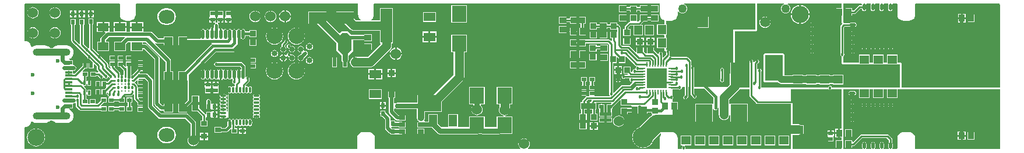
<source format=gtl>
G04*
G04 #@! TF.GenerationSoftware,Altium Limited,Altium Designer,19.0.15 (446)*
G04*
G04 Layer_Physical_Order=1*
G04 Layer_Color=794757*
%FSLAX25Y25*%
%MOIN*%
G70*
G01*
G75*
%ADD12C,0.02362*%
%ADD17C,0.01000*%
%ADD19R,0.03937X0.02362*%
%ADD20R,0.03937X0.01181*%
%ADD21R,0.03740X0.03347*%
%ADD22R,0.05512X0.05118*%
%ADD23R,0.07087X0.05118*%
%ADD24R,0.03937X0.03543*%
%ADD25R,0.06496X0.04724*%
%ADD26R,0.07087X0.19685*%
%ADD27R,0.02362X0.05512*%
%ADD28R,0.02362X0.07087*%
%ADD29R,0.09843X0.06693*%
%ADD30R,0.02362X0.02953*%
%ADD31R,0.08465X0.09646*%
%ADD32R,0.13780X0.09252*%
%ADD33O,0.01772X0.05512*%
%ADD34O,0.00787X0.02756*%
%ADD35O,0.02756X0.00787*%
%ADD36R,0.11811X0.11811*%
%ADD37C,0.01024*%
%ADD38R,0.03740X0.02559*%
%ADD39R,0.02953X0.02362*%
%ADD40R,0.02520X0.02362*%
%ADD41R,0.05118X0.05512*%
%ADD42O,0.05512X0.01968*%
%ADD43O,0.03937X0.01968*%
%ADD44R,0.03543X0.03937*%
%ADD45R,0.09646X0.10039*%
%ADD46R,0.03347X0.03740*%
%ADD47O,0.01968X0.05512*%
%ADD48O,0.01968X0.03937*%
%ADD49R,0.04724X0.06496*%
%ADD50R,0.19685X0.17717*%
%ADD51R,0.01575X0.02756*%
%ADD52R,0.03543X0.03150*%
%ADD53R,0.02362X0.02520*%
%ADD54R,0.04724X0.04724*%
%ADD55O,0.03740X0.01181*%
%ADD56O,0.01181X0.03740*%
%ADD57R,0.13189X0.13189*%
%ADD58R,0.05118X0.07087*%
%ADD59R,0.03740X0.03543*%
%ADD109C,0.09350*%
%ADD110C,0.03347*%
%ADD111O,0.09055X0.07874*%
%ADD114C,0.01800*%
%ADD115C,0.03150*%
%ADD116C,0.05000*%
%ADD117C,0.01500*%
%ADD118C,0.02000*%
%ADD119C,0.04000*%
%ADD120C,0.02300*%
%ADD121C,0.03900*%
%ADD122C,0.10000*%
%ADD123C,0.08000*%
%ADD124C,0.03000*%
%ADD125C,0.02500*%
%ADD126C,0.03500*%
G04:AMPARAMS|DCode=127|XSize=39.37mil|YSize=90.55mil|CornerRadius=19.68mil|HoleSize=0mil|Usage=FLASHONLY|Rotation=270.000|XOffset=0mil|YOffset=0mil|HoleType=Round|Shape=RoundedRectangle|*
%AMROUNDEDRECTD127*
21,1,0.03937,0.05118,0,0,270.0*
21,1,0.00000,0.09055,0,0,270.0*
1,1,0.03937,-0.02559,0.00000*
1,1,0.03937,-0.02559,0.00000*
1,1,0.03937,0.02559,0.00000*
1,1,0.03937,0.02559,0.00000*
%
%ADD127ROUNDEDRECTD127*%
%ADD128C,0.05984*%
%ADD129C,0.05000*%
%ADD130R,0.05984X0.05984*%
%ADD131C,0.06000*%
%ADD132C,0.09843*%
%ADD133C,0.11811*%
%ADD134C,0.02362*%
%ADD135C,0.03200*%
G36*
X539990Y124442D02*
X540257Y124053D01*
X540261Y123554D01*
Y118147D01*
X540260D01*
X540379Y117247D01*
X540726Y116408D01*
X541279Y115687D01*
X541999Y115135D01*
X542838Y114787D01*
X543644Y114681D01*
X543743Y114661D01*
X546892D01*
X546999Y114683D01*
X547792Y114787D01*
X548631Y115135D01*
X549352Y115687D01*
X549905Y116408D01*
X550252Y117247D01*
X550363Y118087D01*
X550374Y118143D01*
Y124029D01*
X550378Y124049D01*
X550378D01*
X550645Y124438D01*
X550805Y124505D01*
X550829Y124500D01*
X598467D01*
X598491Y124505D01*
X598796Y124378D01*
X598923Y124073D01*
X598918Y124049D01*
Y76300D01*
X542790D01*
X542790Y76300D01*
Y89628D01*
X542712Y90018D01*
X542491Y90349D01*
X542160Y90570D01*
X541770Y90648D01*
X540320D01*
Y95163D01*
X534408D01*
Y90648D01*
X532320D01*
Y95163D01*
X526408D01*
Y90648D01*
X524320D01*
Y95163D01*
X518408D01*
Y90648D01*
X509300D01*
Y94423D01*
X509493Y94552D01*
X509736Y94916D01*
X509822Y95345D01*
X509736Y95774D01*
X509720Y95799D01*
Y110978D01*
X510122Y111380D01*
X513118D01*
X513262Y111284D01*
X513724Y111193D01*
X515692D01*
X516154Y111284D01*
X516546Y111546D01*
X516808Y111938D01*
X516900Y112400D01*
X516808Y112862D01*
X516546Y113254D01*
X516154Y113515D01*
X515692Y113607D01*
X513724D01*
X513262Y113515D01*
X513118Y113420D01*
X509700D01*
X509300Y113850D01*
Y124500D01*
X519791D01*
X520040Y124080D01*
X519841Y123627D01*
X518608D01*
X518218Y123550D01*
X517887Y123329D01*
X515278Y120720D01*
X514429D01*
Y121869D01*
X510486D01*
Y117532D01*
X514429D01*
Y118680D01*
X515700D01*
X516090Y118758D01*
X516421Y118979D01*
X519030Y121588D01*
X519993D01*
Y121524D01*
X520084Y121062D01*
X520346Y120670D01*
X520738Y120408D01*
X521200Y120316D01*
X521662Y120408D01*
X522054Y120670D01*
X522316Y121062D01*
X522407Y121524D01*
Y123492D01*
X522316Y123954D01*
X522285Y124000D01*
X522552Y124500D01*
X524848D01*
X525115Y124000D01*
X525084Y123954D01*
X524993Y123492D01*
Y121524D01*
X525084Y121062D01*
X525346Y120670D01*
X525738Y120408D01*
X526200Y120316D01*
X526662Y120408D01*
X527054Y120670D01*
X527316Y121062D01*
X527407Y121524D01*
Y123492D01*
X527316Y123954D01*
X527285Y124000D01*
X527552Y124500D01*
X529848D01*
X530115Y124000D01*
X530085Y123954D01*
X529993Y123492D01*
Y121524D01*
X530085Y121062D01*
X530346Y120670D01*
X530738Y120408D01*
X531200Y120316D01*
X531662Y120408D01*
X532054Y120670D01*
X532315Y121062D01*
X532407Y121524D01*
Y123492D01*
X532315Y123954D01*
X532285Y124000D01*
X532552Y124500D01*
X534848D01*
X535115Y124000D01*
X535084Y123954D01*
X534993Y123492D01*
Y121524D01*
X535084Y121062D01*
X535346Y120670D01*
X535738Y120408D01*
X536200Y120316D01*
X536662Y120408D01*
X537054Y120670D01*
X537316Y121062D01*
X537407Y121524D01*
Y123492D01*
X537316Y123954D01*
X537285Y124000D01*
X537552Y124500D01*
X539806D01*
X539836Y124506D01*
X539990Y124442D01*
D02*
G37*
G36*
X508280Y121869D02*
X505171D01*
Y117532D01*
X508280D01*
Y113850D01*
X508316Y113672D01*
X508344Y113494D01*
X508354Y113478D01*
X508358Y113460D01*
X508459Y113309D01*
X508553Y113156D01*
X508775Y112917D01*
X507979Y112121D01*
X507758Y111790D01*
X507680Y111400D01*
Y95799D01*
X507664Y95774D01*
X507578Y95345D01*
X507664Y94916D01*
X507907Y94552D01*
X508271Y94309D01*
X508280Y94307D01*
Y90648D01*
X508358Y90258D01*
X508579Y89927D01*
X508910Y89706D01*
X509300Y89628D01*
X541770D01*
Y76300D01*
X509419D01*
Y76300D01*
X502782D01*
X502736Y76529D01*
X502493Y76893D01*
X502129Y77136D01*
X501700Y77222D01*
X501271Y77136D01*
X500907Y76893D01*
X500664Y76529D01*
X500618Y76300D01*
X462506D01*
X462427Y76698D01*
X462410Y76723D01*
Y85611D01*
X462427Y85635D01*
X462512Y86065D01*
X462427Y86494D01*
X462184Y86858D01*
X461820Y87101D01*
X461391Y87186D01*
X460961Y87101D01*
X460620Y86872D01*
X460493Y86898D01*
X460120Y87042D01*
Y89778D01*
X460500Y90158D01*
X460529Y90164D01*
X460893Y90407D01*
X461136Y90771D01*
X461222Y91200D01*
X461136Y91629D01*
X460893Y91993D01*
X460529Y92236D01*
X460100Y92322D01*
X459671Y92236D01*
X459307Y91993D01*
X459064Y91629D01*
X459058Y91600D01*
X458522Y91064D01*
X458030Y91052D01*
X457898Y91101D01*
X457809Y91236D01*
X457822Y91300D01*
X457736Y91729D01*
X457493Y92093D01*
X457129Y92336D01*
X456700Y92422D01*
X456271Y92336D01*
X455907Y92093D01*
X455664Y91729D01*
X455578Y91300D01*
X455664Y90871D01*
X455680Y90846D01*
Y76300D01*
X446400D01*
Y89720D01*
X446690Y89778D01*
X447021Y89999D01*
X447242Y90329D01*
X447320Y90720D01*
X447320Y108509D01*
X458900D01*
X459290Y108586D01*
X459621Y108807D01*
X459842Y109138D01*
X459920Y109528D01*
Y124500D01*
X475174D01*
X475273Y124000D01*
X474971Y123875D01*
X474407Y123442D01*
X473975Y122878D01*
X473703Y122221D01*
X473610Y121517D01*
X473703Y120812D01*
X473975Y120155D01*
X474407Y119591D01*
X474971Y119158D01*
X475628Y118886D01*
X476333Y118793D01*
X477038Y118886D01*
X477695Y119158D01*
X478259Y119591D01*
X478691Y120155D01*
X478964Y120812D01*
X479056Y121517D01*
X478964Y122221D01*
X478691Y122878D01*
X478259Y123442D01*
X477695Y123875D01*
X477393Y124000D01*
X477492Y124500D01*
X508280D01*
Y121869D01*
D02*
G37*
G36*
X458900Y109528D02*
X446300D01*
X446300Y90720D01*
X444577D01*
Y84498D01*
X444354Y83960D01*
X444251Y83177D01*
Y78102D01*
X442849Y76700D01*
X423920Y76700D01*
Y87046D01*
X423936Y87071D01*
X424022Y87500D01*
X423936Y87929D01*
X423693Y88293D01*
X423329Y88536D01*
X422900Y88622D01*
X422820Y88606D01*
X422320Y88991D01*
Y91400D01*
X422242Y91790D01*
X422021Y92121D01*
X420421Y93721D01*
X420090Y93942D01*
X419700Y94020D01*
X410733D01*
X410708Y94036D01*
X410279Y94122D01*
X410138Y94279D01*
X409956Y94567D01*
X410020Y94887D01*
Y96446D01*
X410036Y96471D01*
X410122Y96900D01*
X410036Y97329D01*
X409793Y97693D01*
X409429Y97936D01*
X409000Y98022D01*
X408571Y97936D01*
X408420Y97835D01*
X407920Y98095D01*
Y98944D01*
X408309D01*
Y104856D01*
X407920D01*
X407920Y106644D01*
X408309D01*
Y112556D01*
X407920D01*
Y114161D01*
X407920Y114661D01*
X411069D01*
X411118Y114671D01*
X411970Y114783D01*
X412809Y115131D01*
X413529Y115683D01*
X414082Y116404D01*
X414429Y117243D01*
X414541Y118095D01*
X414551Y118143D01*
Y119814D01*
X415051Y119983D01*
X415352Y119591D01*
X415916Y119158D01*
X416573Y118886D01*
X417278Y118793D01*
X417983Y118886D01*
X418640Y119158D01*
X419204Y119591D01*
X419636Y120155D01*
X419909Y120812D01*
X420001Y121517D01*
X419909Y122221D01*
X419636Y122878D01*
X419204Y123442D01*
X418640Y123875D01*
X418338Y124000D01*
X418437Y124500D01*
X458900D01*
Y109528D01*
D02*
G37*
G36*
X231532Y124443D02*
X231799Y124053D01*
X231804Y123555D01*
Y118143D01*
X231815Y118086D01*
X231925Y117247D01*
X232273Y116408D01*
X232826Y115688D01*
X233297Y115326D01*
X233128Y114826D01*
X230680D01*
X229395Y116111D01*
Y119909D01*
X219153D01*
Y112816D01*
X224132D01*
X227287Y109660D01*
X227914Y109179D01*
X228644Y108877D01*
X229427Y108774D01*
X244164D01*
Y101758D01*
X244633D01*
X244778Y101258D01*
X237360Y93839D01*
X230105D01*
X229574Y93769D01*
X228724D01*
Y93489D01*
X228593Y93434D01*
X227966Y92953D01*
X227485Y92326D01*
X227183Y91597D01*
X227080Y90813D01*
X227183Y90030D01*
X227485Y89300D01*
X227966Y88674D01*
X228593Y88193D01*
X228724Y88138D01*
Y87858D01*
X229574D01*
X230105Y87787D01*
X238613D01*
X239397Y87891D01*
X240126Y88193D01*
X240753Y88674D01*
X250047Y97967D01*
X250528Y98594D01*
X250830Y99324D01*
X250933Y100107D01*
Y101758D01*
X251650D01*
Y121843D01*
X244164D01*
Y114826D01*
X239410D01*
X239241Y115326D01*
X239713Y115688D01*
X240266Y116409D01*
X240613Y117248D01*
X240723Y118080D01*
X240735Y118143D01*
Y124031D01*
X240739Y124049D01*
X240739D01*
X241006Y124438D01*
X241166Y124505D01*
X241190Y124500D01*
X403983D01*
X404006Y124505D01*
X404167Y124438D01*
X404434Y124049D01*
X404438Y123550D01*
Y118143D01*
X404437D01*
X404556Y117243D01*
X404903Y116404D01*
X405456Y115683D01*
X406177Y115131D01*
X406931Y114818D01*
X406900Y114661D01*
X406900Y114161D01*
Y112556D01*
X402791D01*
Y106644D01*
X406546D01*
X406900Y106290D01*
X406900Y104856D01*
X402791D01*
Y98944D01*
X406900D01*
Y98095D01*
X406930Y97942D01*
X406948Y97787D01*
X406969Y97748D01*
X406978Y97704D01*
X407064Y97575D01*
X407139Y97438D01*
X407174Y97411D01*
X407199Y97374D01*
X407328Y97287D01*
X407450Y97190D01*
X407891Y96961D01*
X407878Y96900D01*
X407964Y96471D01*
X407980Y96446D01*
Y95310D01*
X406376Y93706D01*
X405914Y93897D01*
Y95238D01*
X405936Y95271D01*
X406021Y95700D01*
X405936Y96129D01*
X405693Y96493D01*
X405329Y96736D01*
X404900Y96822D01*
X404471Y96736D01*
X404107Y96493D01*
X403864Y96129D01*
X403784Y95728D01*
X403670Y95653D01*
X403309Y95495D01*
X401070Y97735D01*
Y99414D01*
X396930D01*
Y95863D01*
X396430Y95816D01*
X395170Y97075D01*
Y99414D01*
X391030D01*
Y96665D01*
X390568Y96474D01*
X386921Y100121D01*
X386590Y100342D01*
X386200Y100420D01*
X382742D01*
X382061Y101101D01*
Y110635D01*
X381983Y111026D01*
X381762Y111356D01*
X380897Y112221D01*
X380567Y112442D01*
X380176Y112520D01*
X380070D01*
Y113476D01*
X375930D01*
Y112520D01*
X374269D01*
Y113729D01*
X369932D01*
Y112520D01*
X368326D01*
Y113476D01*
X364186D01*
Y109729D01*
X368326D01*
Y110480D01*
X369932D01*
Y109786D01*
X374269D01*
Y110480D01*
X375930D01*
Y109729D01*
X380021D01*
Y108357D01*
X375930D01*
Y104611D01*
X376878D01*
Y103171D01*
X376846Y103141D01*
X376413Y102928D01*
X375838Y103504D01*
X375507Y103725D01*
X375117Y103803D01*
X361913D01*
Y104039D01*
X358166D01*
Y99898D01*
X361913D01*
Y101764D01*
X374694D01*
X375480Y100978D01*
Y73154D01*
X375464Y73129D01*
X375378Y72700D01*
X375464Y72271D01*
X375707Y71907D01*
X375651Y71368D01*
X375549Y71220D01*
X367365D01*
X366963Y71454D01*
X366963Y71720D01*
Y74217D01*
X364043D01*
X364043Y71454D01*
X363640Y71220D01*
X362863D01*
X362663Y71336D01*
X362460Y71675D01*
Y74217D01*
X359540D01*
Y71454D01*
X361910D01*
X362061Y70954D01*
X362011Y70921D01*
X360193Y69103D01*
X359972Y68772D01*
X359894Y68382D01*
Y67770D01*
X359041D01*
Y63630D01*
X359409D01*
Y61191D01*
X358358D01*
Y57445D01*
X362498D01*
Y61191D01*
X361448D01*
Y63630D01*
X362787D01*
Y67770D01*
X362451D01*
X362244Y68270D01*
X363155Y69180D01*
X365185D01*
X365376Y68718D01*
X365311Y68653D01*
X365090Y68322D01*
X365013Y67932D01*
Y67770D01*
X364159D01*
Y63630D01*
X365553D01*
Y61167D01*
X364503D01*
Y57421D01*
X368643D01*
Y61167D01*
X367593D01*
Y63630D01*
X367905D01*
Y67680D01*
X376531D01*
X376739Y67180D01*
X376239Y66681D01*
X376028D01*
X376028Y66681D01*
X375442Y66798D01*
X374857Y66681D01*
X374857Y66681D01*
X373887D01*
Y63919D01*
X373913D01*
Y61037D01*
X373964Y60779D01*
Y59638D01*
X374837D01*
X374857Y59624D01*
X375442Y59508D01*
X376028Y59624D01*
X376048Y59638D01*
X376884D01*
Y60596D01*
X376972Y61037D01*
Y63919D01*
X377240D01*
Y64798D01*
X381525Y69083D01*
X381987Y68892D01*
Y65986D01*
X385159D01*
X385351Y65858D01*
X385741Y65780D01*
X387790D01*
X388171Y65492D01*
X388171Y65280D01*
Y64598D01*
X386128D01*
Y64614D01*
X381987D01*
Y60868D01*
X386128D01*
Y62049D01*
X388171D01*
Y61155D01*
X392114D01*
Y65280D01*
X392114Y65492D01*
X392495Y65780D01*
X393105D01*
X393486Y65492D01*
Y61155D01*
X397429D01*
Y62049D01*
X399635D01*
Y60968D01*
X399831D01*
X399968Y60628D01*
X399971Y60468D01*
X398869Y59623D01*
X392689Y53442D01*
X392444Y53368D01*
X391384Y52801D01*
X390454Y52038D01*
X389691Y51108D01*
X389124Y50048D01*
X388775Y48897D01*
X388657Y47700D01*
X388775Y46503D01*
X389124Y45352D01*
X389691Y44292D01*
X390454Y43362D01*
X391384Y42599D01*
X392444Y42032D01*
X393595Y41683D01*
X394792Y41565D01*
X395989Y41683D01*
X397140Y42032D01*
X398201Y42599D01*
X399130Y43362D01*
X399893Y44292D01*
X400460Y45352D01*
X400534Y45597D01*
X404809Y49871D01*
X404908Y49845D01*
X405103Y49278D01*
X404904Y49018D01*
X404556Y48178D01*
X404437Y47277D01*
X404438D01*
Y41372D01*
X404443Y41347D01*
X404374Y41180D01*
X403983Y40916D01*
X403491Y40916D01*
X329020D01*
X328850Y41416D01*
X328982Y41518D01*
X329495Y42186D01*
X329818Y42965D01*
X329928Y43800D01*
X329818Y44635D01*
X329495Y45414D01*
X328982Y46082D01*
X328314Y46595D01*
X327535Y46918D01*
X326700Y47028D01*
X325865Y46918D01*
X325086Y46595D01*
X324418Y46082D01*
X323905Y45414D01*
X323582Y44635D01*
X323472Y43800D01*
X323582Y42965D01*
X323905Y42186D01*
X324418Y41518D01*
X324550Y41416D01*
X324380Y40916D01*
X241781D01*
X241757Y40912D01*
X241449Y41039D01*
X241321Y41347D01*
X241326Y41372D01*
Y47277D01*
X241327D01*
X241208Y48178D01*
X240860Y49018D01*
X240307Y49740D01*
X239585Y50293D01*
X238745Y50641D01*
X237844Y50760D01*
Y50759D01*
X234695D01*
Y50760D01*
X233793Y50641D01*
X232953Y50293D01*
X232232Y49740D01*
X231679Y49018D01*
X231331Y48178D01*
X231212Y47277D01*
X231213D01*
Y41372D01*
X231218Y41347D01*
X231090Y41039D01*
X230782Y40912D01*
X230758Y40916D01*
X105564D01*
X105540Y40912D01*
X105232Y41039D01*
X105104Y41347D01*
X105109Y41372D01*
Y47240D01*
X105110Y47277D01*
X105110D01*
X104991Y48178D01*
X104643Y49018D01*
X104090Y49740D01*
X103368Y50293D01*
X102529Y50641D01*
X101627Y50760D01*
Y50759D01*
X98478D01*
Y50760D01*
X97576Y50641D01*
X96736Y50293D01*
X96015Y49740D01*
X95462Y49018D01*
X95114Y48178D01*
X94995Y47277D01*
X94996D01*
Y41372D01*
X95001Y41347D01*
X94873Y41039D01*
X94565Y40912D01*
X94541Y40916D01*
X41392D01*
X41368Y40912D01*
X41060Y41039D01*
X40933Y41347D01*
X40937Y41372D01*
Y53006D01*
X40933Y53031D01*
X41002Y53197D01*
X41392Y53461D01*
X42294Y53579D01*
X43134Y53927D01*
X43855Y54481D01*
X44409Y55202D01*
X44756Y56042D01*
X44811Y56460D01*
X45345Y56681D01*
X45654Y56444D01*
X46612Y56047D01*
X47641Y55912D01*
X52759D01*
X53788Y56047D01*
X54746Y56444D01*
X55569Y57076D01*
X55809Y57388D01*
X56993D01*
X57232Y57076D01*
X58056Y56444D01*
X59014Y56047D01*
X60043Y55912D01*
X65161D01*
X66189Y56047D01*
X67148Y56444D01*
X67971Y57076D01*
X68602Y57899D01*
X68999Y58857D01*
X69135Y59886D01*
X68999Y60914D01*
X68602Y61873D01*
X67971Y62696D01*
X67148Y63327D01*
X66507Y63593D01*
X66559Y64113D01*
X66985Y64198D01*
X67245Y64371D01*
X68510D01*
Y66887D01*
X68900Y67186D01*
X69556Y67316D01*
X69880Y67533D01*
X70380Y67266D01*
Y65800D01*
X70458Y65410D01*
X70679Y65079D01*
X72378Y63381D01*
X72708Y63160D01*
X73098Y63082D01*
X84518D01*
Y62721D01*
X87871D01*
Y65483D01*
X84725D01*
X84517Y65982D01*
X86255Y67721D01*
X87871D01*
Y70483D01*
X84518D01*
Y68867D01*
X82520Y66869D01*
X81798D01*
Y69549D01*
X78446D01*
Y66869D01*
X77271D01*
Y69549D01*
X76407D01*
Y72143D01*
X76907Y72375D01*
X76949Y72340D01*
Y71690D01*
X78924D01*
Y72766D01*
X78972Y72839D01*
X79058Y73268D01*
X78972Y73697D01*
X78924Y73770D01*
Y74846D01*
X76949D01*
Y73788D01*
X76921Y73763D01*
X76599Y73678D01*
X76384Y73664D01*
X76200Y73865D01*
Y75120D01*
X76122Y75510D01*
X75901Y75841D01*
X74971Y76770D01*
X75163Y77232D01*
X76168D01*
Y78308D01*
X76371Y78478D01*
X76793Y78401D01*
X76926Y78342D01*
X76949Y78308D01*
Y77232D01*
X78924D01*
Y78308D01*
X78972Y78381D01*
X79058Y78810D01*
X78972Y79239D01*
X78924Y79312D01*
Y80388D01*
X76949D01*
Y79808D01*
X76946Y79804D01*
X76499Y79922D01*
X76446Y79969D01*
Y82587D01*
X77349D01*
Y85349D01*
X74370D01*
X74163Y85849D01*
X75655Y87340D01*
X77053D01*
Y90260D01*
X74291D01*
Y88861D01*
X69564Y84134D01*
X68945D01*
X68510Y84292D01*
Y85770D01*
X68890D01*
X69546Y85901D01*
X70102Y86272D01*
X70474Y86828D01*
X70604Y87484D01*
X70474Y88140D01*
X70102Y88696D01*
X69546Y89068D01*
X68890Y89198D01*
X68510Y89253D01*
Y92015D01*
X67245D01*
X66985Y92188D01*
X66559Y92273D01*
X66507Y92793D01*
X67148Y93058D01*
X67971Y93690D01*
X68602Y94513D01*
X68999Y95471D01*
X69135Y96500D01*
X68999Y97529D01*
X68602Y98487D01*
X67971Y99310D01*
X67148Y99942D01*
X66189Y100339D01*
X65161Y100474D01*
X60043D01*
X59014Y100339D01*
X58056Y99942D01*
X57232Y99310D01*
X56993Y98998D01*
X55809D01*
X55569Y99310D01*
X54746Y99942D01*
X53788Y100339D01*
X52759Y100474D01*
X47641D01*
X46612Y100339D01*
X45654Y99942D01*
X45347Y99707D01*
X44814Y99927D01*
X44756Y100364D01*
X44409Y101204D01*
X43855Y101926D01*
X43134Y102479D01*
X42294Y102827D01*
X41392Y102945D01*
X41002Y103209D01*
X40933Y103375D01*
X40938Y103400D01*
X40941Y123549D01*
X40941Y124049D01*
X41208Y124438D01*
X41369Y124505D01*
X41392Y124500D01*
X95131D01*
X95155Y124505D01*
X95315Y124438D01*
X95582Y124049D01*
X95587Y123550D01*
Y118143D01*
X95597Y118089D01*
X95709Y117243D01*
X96056Y116404D01*
X96609Y115683D01*
X97330Y115131D01*
X98169Y114783D01*
X99019Y114671D01*
X99068Y114661D01*
X101037D01*
X101091Y114672D01*
X101937Y114784D01*
X102776Y115131D01*
X103496Y115684D01*
X104049Y116404D01*
X104397Y117243D01*
X104509Y118094D01*
X104518Y118143D01*
Y124025D01*
X104522Y124044D01*
X104522D01*
X104706Y124312D01*
X104974Y124496D01*
X105472Y124500D01*
X231349D01*
X231379Y124506D01*
X231532Y124443D01*
D02*
G37*
G36*
X390379Y88979D02*
X390710Y88758D01*
X390858Y88728D01*
X390964Y88198D01*
X390807Y88093D01*
X390564Y87729D01*
X390478Y87300D01*
X390494Y87220D01*
X390467Y87130D01*
X390071Y86785D01*
X389885Y86822D01*
X389456Y86736D01*
X389092Y86493D01*
X388849Y86129D01*
X388764Y85700D01*
X388769Y85674D01*
X388452Y85260D01*
X387970Y85234D01*
X387532Y85672D01*
Y88370D01*
X383786D01*
Y84230D01*
X385934D01*
X386096Y84020D01*
X385851Y83520D01*
X384140D01*
X383800Y83587D01*
X383371Y83502D01*
X383007Y83259D01*
X382764Y82895D01*
X382679Y82466D01*
X382764Y82037D01*
X383007Y81673D01*
X383371Y81429D01*
X383800Y81344D01*
X384229Y81429D01*
X384305Y81480D01*
X386843D01*
X387134Y80980D01*
X387078Y80700D01*
X387164Y80271D01*
X387407Y79907D01*
X387771Y79664D01*
X388200Y79578D01*
X388362Y79611D01*
X388608Y79150D01*
X387078Y77620D01*
X382832D01*
X382442Y77542D01*
X382111Y77321D01*
X378020Y73229D01*
X377520Y73436D01*
Y90430D01*
X379514D01*
Y93650D01*
X379976Y93841D01*
X380886Y92931D01*
Y90430D01*
X384632D01*
Y94019D01*
X385132Y94226D01*
X390379Y88979D01*
D02*
G37*
G36*
X502583Y75300D02*
X502683D01*
X502782Y75280D01*
X508380D01*
Y52469D01*
X507443D01*
Y50000D01*
Y47532D01*
X508380D01*
Y45869D01*
X505071D01*
Y41532D01*
X508380D01*
Y40916D01*
X480320D01*
Y49077D01*
X483600D01*
X484383Y49180D01*
X485113Y49482D01*
X485170Y49526D01*
X486748D01*
Y54650D01*
X485208D01*
X485113Y54723D01*
X484383Y55026D01*
X483600Y55129D01*
X480320D01*
Y66980D01*
X480242Y67371D01*
X480021Y67701D01*
X479690Y67922D01*
X479300Y68000D01*
Y75280D01*
X500618D01*
X500717Y75300D01*
X500817D01*
X500891Y75331D01*
X500907Y75307D01*
X501271Y75064D01*
X501700Y74978D01*
X502129Y75064D01*
X502493Y75307D01*
X502509Y75331D01*
X502583Y75300D01*
D02*
G37*
G36*
X598918Y41372D02*
X598919Y41370D01*
X598918Y41368D01*
X598918D01*
X598651Y40978D01*
X598491Y40912D01*
X598467Y40916D01*
X550829D01*
X550805Y40912D01*
X550497Y41039D01*
X550369Y41347D01*
X550374Y41372D01*
Y47277D01*
X550375D01*
X550256Y48178D01*
X549908Y49018D01*
X549355Y49740D01*
X548633Y50293D01*
X547793Y50641D01*
X546892Y50760D01*
Y50759D01*
X546892Y50759D01*
X543743D01*
Y50760D01*
X542841Y50641D01*
X542001Y50293D01*
X541280Y49740D01*
X540727Y49018D01*
X540379Y48178D01*
X540260Y47277D01*
X540261D01*
Y41372D01*
X540266Y41347D01*
X540197Y41180D01*
X539806Y40916D01*
X539314Y40916D01*
X537663D01*
X537396Y41416D01*
X537416Y41446D01*
X537507Y41908D01*
Y43876D01*
X537416Y44339D01*
X537320Y44482D01*
Y46500D01*
X537242Y46890D01*
X537021Y47221D01*
X535221Y49021D01*
X534890Y49242D01*
X534500Y49320D01*
X519600D01*
X519210Y49242D01*
X518879Y49021D01*
X514829Y44971D01*
X514329Y45178D01*
Y45869D01*
X510386D01*
Y41532D01*
X514329D01*
Y42680D01*
X515000D01*
X515390Y42758D01*
X515721Y42979D01*
X520022Y47280D01*
X534078D01*
X535280Y46078D01*
Y44482D01*
X535184Y44339D01*
X535093Y43876D01*
Y41908D01*
X535184Y41446D01*
X535204Y41416D01*
X534937Y40916D01*
X532663D01*
X532396Y41416D01*
X532415Y41446D01*
X532507Y41908D01*
Y43876D01*
X532415Y44339D01*
X532154Y44730D01*
X531762Y44992D01*
X531300Y45084D01*
X530838Y44992D01*
X530446Y44730D01*
X530185Y44339D01*
X530093Y43876D01*
Y41908D01*
X530185Y41446D01*
X530204Y41416D01*
X529937Y40916D01*
X527663D01*
X527396Y41416D01*
X527416Y41446D01*
X527507Y41908D01*
Y43876D01*
X527416Y44339D01*
X527154Y44730D01*
X526762Y44992D01*
X526300Y45084D01*
X525838Y44992D01*
X525446Y44730D01*
X525184Y44339D01*
X525093Y43876D01*
Y41908D01*
X525184Y41446D01*
X525204Y41416D01*
X524937Y40916D01*
X522663D01*
X522396Y41416D01*
X522415Y41446D01*
X522507Y41908D01*
Y43876D01*
X522415Y44339D01*
X522154Y44730D01*
X521762Y44992D01*
X521300Y45084D01*
X520838Y44992D01*
X520446Y44730D01*
X520185Y44339D01*
X520093Y43876D01*
Y41908D01*
X520185Y41446D01*
X520204Y41416D01*
X519937Y40916D01*
X509400D01*
Y75280D01*
X518408D01*
Y70242D01*
X524320D01*
Y75280D01*
X526399D01*
Y70242D01*
X532311D01*
Y75280D01*
X534399D01*
Y70242D01*
X540311D01*
Y75280D01*
X598918D01*
Y41372D01*
D02*
G37*
G36*
X421880Y72567D02*
X421958Y72176D01*
X422179Y71846D01*
X423225Y70800D01*
X423231Y70771D01*
X423474Y70407D01*
X423837Y70164D01*
X424267Y70078D01*
X424696Y70164D01*
X425060Y70407D01*
X425303Y70771D01*
X425388Y71200D01*
X425303Y71629D01*
X425060Y71993D01*
X424696Y72236D01*
X424667Y72242D01*
X423920Y72989D01*
Y75680D01*
X429837D01*
X435026Y70492D01*
Y67145D01*
X434623Y66910D01*
X434525Y66910D01*
X424577D01*
Y56471D01*
X434623D01*
Y63961D01*
X435122Y64012D01*
X435399Y63599D01*
X435812Y63323D01*
X436300Y63226D01*
X436788Y63323D01*
X437201Y63599D01*
X437477Y64012D01*
X437574Y64500D01*
X438074Y64499D01*
Y60600D01*
X438177Y59817D01*
X438480Y59087D01*
X438960Y58460D01*
X439587Y57980D01*
X440317Y57677D01*
X441100Y57574D01*
X441883Y57677D01*
X442613Y57980D01*
X443240Y58460D01*
X443720Y59087D01*
X444023Y59817D01*
X444077Y60230D01*
X444577Y60197D01*
Y56461D01*
X454623D01*
Y66901D01*
X444626D01*
X444577Y66901D01*
X444126Y67018D01*
Y69418D01*
X449417Y74709D01*
X449417Y74709D01*
X449855Y75280D01*
X455680D01*
Y71500D01*
X455758Y71110D01*
X455979Y70779D01*
X459479Y67279D01*
X459810Y67058D01*
X460200Y66980D01*
X479300D01*
Y40916D01*
X419422D01*
X419085Y41416D01*
X419122Y41600D01*
X419036Y42029D01*
X418793Y42393D01*
X418567Y42544D01*
X418718Y43044D01*
X422247D01*
Y48562D01*
X416335D01*
Y43044D01*
X417282D01*
X417434Y42544D01*
X417207Y42393D01*
X416964Y42029D01*
X416878Y41600D01*
X416915Y41416D01*
X416578Y40916D01*
X415006D01*
X414982Y40912D01*
X414815Y40981D01*
X414551Y41372D01*
X414551Y41842D01*
Y47277D01*
X414551Y47277D01*
X414552D01*
X414433Y48178D01*
X414085Y49018D01*
X413532Y49740D01*
X412811Y50293D01*
X411971Y50641D01*
X411500Y50703D01*
Y63489D01*
X414729D01*
Y67826D01*
X411500D01*
Y69611D01*
X411793Y69807D01*
X412036Y70171D01*
X412122Y70600D01*
X412036Y71029D01*
X411793Y71393D01*
X411500Y71589D01*
Y75181D01*
X415345D01*
X415370Y75165D01*
X415799Y75079D01*
X416228Y75165D01*
X416592Y75408D01*
X416835Y75772D01*
X416921Y76201D01*
X417331Y76700D01*
X418680D01*
Y71822D01*
X418500Y71642D01*
X418471Y71636D01*
X418107Y71393D01*
X417864Y71029D01*
X417778Y70600D01*
X417864Y70171D01*
X418107Y69807D01*
X418471Y69564D01*
X418900Y69478D01*
X419329Y69564D01*
X419693Y69807D01*
X419936Y70171D01*
X419942Y70200D01*
X420421Y70679D01*
X420642Y71010D01*
X420720Y71400D01*
Y76700D01*
X421880D01*
Y72567D01*
D02*
G37*
%LPC*%
G36*
X579414Y118668D02*
X577642D01*
Y116700D01*
X579414D01*
Y118668D01*
D02*
G37*
G36*
X576643D02*
X574871D01*
Y116700D01*
X576643D01*
Y118668D01*
D02*
G37*
G36*
X584429Y118368D02*
X580486D01*
Y114032D01*
X584429D01*
Y118368D01*
D02*
G37*
G36*
X579414Y115700D02*
X577642D01*
Y113732D01*
X579414D01*
Y115700D01*
D02*
G37*
G36*
X576643D02*
X574871D01*
Y113732D01*
X576643D01*
Y115700D01*
D02*
G37*
G36*
X574850Y109466D02*
Y108638D01*
X575678D01*
X575669Y108684D01*
X575359Y109147D01*
X574896Y109457D01*
X574850Y109466D01*
D02*
G37*
G36*
X573850D02*
X573804Y109457D01*
X573341Y109147D01*
X573031Y108684D01*
X573022Y108638D01*
X573850D01*
Y109466D01*
D02*
G37*
G36*
X569500D02*
Y108638D01*
X570328D01*
X570319Y108684D01*
X570009Y109147D01*
X569546Y109457D01*
X569500Y109466D01*
D02*
G37*
G36*
X568500D02*
X568454Y109457D01*
X567991Y109147D01*
X567681Y108684D01*
X567672Y108638D01*
X568500D01*
Y109466D01*
D02*
G37*
G36*
X564150D02*
Y108638D01*
X564978D01*
X564969Y108684D01*
X564659Y109147D01*
X564196Y109457D01*
X564150Y109466D01*
D02*
G37*
G36*
X563150D02*
X563104Y109457D01*
X562641Y109147D01*
X562331Y108684D01*
X562322Y108638D01*
X563150D01*
Y109466D01*
D02*
G37*
G36*
X515208Y108728D02*
Y107900D01*
X516036D01*
X516027Y107946D01*
X515717Y108409D01*
X515254Y108719D01*
X515208Y108728D01*
D02*
G37*
G36*
X514208D02*
X514162Y108719D01*
X513698Y108409D01*
X513389Y107946D01*
X513380Y107900D01*
X514208D01*
Y108728D01*
D02*
G37*
G36*
X575678Y107638D02*
X574850D01*
Y106810D01*
X574896Y106819D01*
X575359Y107129D01*
X575669Y107592D01*
X575678Y107638D01*
D02*
G37*
G36*
X573850D02*
X573022D01*
X573031Y107592D01*
X573341Y107129D01*
X573804Y106819D01*
X573850Y106810D01*
Y107638D01*
D02*
G37*
G36*
X570328D02*
X569500D01*
Y106810D01*
X569546Y106819D01*
X570009Y107129D01*
X570319Y107592D01*
X570328Y107638D01*
D02*
G37*
G36*
X568500D02*
X567672D01*
X567681Y107592D01*
X567991Y107129D01*
X568454Y106819D01*
X568500Y106810D01*
Y107638D01*
D02*
G37*
G36*
X564978D02*
X564150D01*
Y106810D01*
X564196Y106819D01*
X564659Y107129D01*
X564969Y107592D01*
X564978Y107638D01*
D02*
G37*
G36*
X563150D02*
X562322D01*
X562331Y107592D01*
X562641Y107129D01*
X563104Y106819D01*
X563150Y106810D01*
Y107638D01*
D02*
G37*
G36*
X516036Y106900D02*
X515208D01*
Y106072D01*
X515254Y106081D01*
X515717Y106391D01*
X516027Y106854D01*
X516036Y106900D01*
D02*
G37*
G36*
X514208D02*
X513380D01*
X513389Y106854D01*
X513698Y106391D01*
X514162Y106081D01*
X514208Y106072D01*
Y106900D01*
D02*
G37*
G36*
X574850Y104497D02*
Y103669D01*
X575678D01*
X575669Y103716D01*
X575359Y104179D01*
X574896Y104488D01*
X574850Y104497D01*
D02*
G37*
G36*
X573850D02*
X573804Y104488D01*
X573341Y104179D01*
X573031Y103716D01*
X573022Y103669D01*
X573850D01*
Y104497D01*
D02*
G37*
G36*
X569500D02*
Y103669D01*
X570328D01*
X570319Y103716D01*
X570009Y104179D01*
X569546Y104488D01*
X569500Y104497D01*
D02*
G37*
G36*
X568500D02*
X568454Y104488D01*
X567991Y104179D01*
X567681Y103716D01*
X567672Y103669D01*
X568500D01*
Y104497D01*
D02*
G37*
G36*
X564150D02*
Y103669D01*
X564978D01*
X564969Y103716D01*
X564659Y104179D01*
X564196Y104488D01*
X564150Y104497D01*
D02*
G37*
G36*
X563150D02*
X563104Y104488D01*
X562641Y104179D01*
X562331Y103716D01*
X562322Y103669D01*
X563150D01*
Y104497D01*
D02*
G37*
G36*
X515208Y103628D02*
Y102800D01*
X516036D01*
X516027Y102846D01*
X515717Y103309D01*
X515254Y103619D01*
X515208Y103628D01*
D02*
G37*
G36*
X514208D02*
X514162Y103619D01*
X513698Y103309D01*
X513389Y102846D01*
X513380Y102800D01*
X514208D01*
Y103628D01*
D02*
G37*
G36*
X575678Y102669D02*
X574850D01*
Y101841D01*
X574896Y101850D01*
X575359Y102160D01*
X575669Y102623D01*
X575678Y102669D01*
D02*
G37*
G36*
X573850D02*
X573022D01*
X573031Y102623D01*
X573341Y102160D01*
X573804Y101850D01*
X573850Y101841D01*
Y102669D01*
D02*
G37*
G36*
X570328D02*
X569500D01*
Y101841D01*
X569546Y101850D01*
X570009Y102160D01*
X570319Y102623D01*
X570328Y102669D01*
D02*
G37*
G36*
X568500D02*
X567672D01*
X567681Y102623D01*
X567991Y102160D01*
X568454Y101850D01*
X568500Y101841D01*
Y102669D01*
D02*
G37*
G36*
X564978D02*
X564150D01*
Y101841D01*
X564196Y101850D01*
X564659Y102160D01*
X564969Y102623D01*
X564978Y102669D01*
D02*
G37*
G36*
X563150D02*
X562322D01*
X562331Y102623D01*
X562641Y102160D01*
X563104Y101850D01*
X563150Y101841D01*
Y102669D01*
D02*
G37*
G36*
X516036Y101800D02*
X515208D01*
Y100972D01*
X515254Y100981D01*
X515717Y101291D01*
X516027Y101754D01*
X516036Y101800D01*
D02*
G37*
G36*
X514208D02*
X513380D01*
X513389Y101754D01*
X513698Y101291D01*
X514162Y100981D01*
X514208Y100972D01*
Y101800D01*
D02*
G37*
G36*
X537226Y100264D02*
X536700D01*
Y99779D01*
X537528D01*
X537519Y99826D01*
X537226Y100264D01*
D02*
G37*
G36*
X535700D02*
X535174D01*
X534881Y99826D01*
X534872Y99779D01*
X535700D01*
Y100264D01*
D02*
G37*
G36*
X532226D02*
X531700D01*
Y99779D01*
X532528D01*
X532519Y99826D01*
X532226Y100264D01*
D02*
G37*
G36*
X530700D02*
X530174D01*
X529881Y99826D01*
X529872Y99779D01*
X530700D01*
Y100264D01*
D02*
G37*
G36*
X527226D02*
X526700D01*
Y99779D01*
X527528D01*
X527519Y99826D01*
X527226Y100264D01*
D02*
G37*
G36*
X525700D02*
X525174D01*
X524881Y99826D01*
X524872Y99779D01*
X525700D01*
Y100264D01*
D02*
G37*
G36*
X522226D02*
X521700D01*
Y99779D01*
X522528D01*
X522519Y99826D01*
X522226Y100264D01*
D02*
G37*
G36*
X520700D02*
X520174D01*
X519881Y99826D01*
X519872Y99779D01*
X520700D01*
Y100264D01*
D02*
G37*
G36*
X574850Y99528D02*
Y98700D01*
X575678D01*
X575669Y98747D01*
X575359Y99210D01*
X574896Y99519D01*
X574850Y99528D01*
D02*
G37*
G36*
X573850D02*
X573804Y99519D01*
X573341Y99210D01*
X573031Y98747D01*
X573022Y98700D01*
X573850D01*
Y99528D01*
D02*
G37*
G36*
X569500D02*
Y98700D01*
X570328D01*
X570319Y98747D01*
X570009Y99210D01*
X569546Y99519D01*
X569500Y99528D01*
D02*
G37*
G36*
X568500D02*
X568454Y99519D01*
X567991Y99210D01*
X567681Y98747D01*
X567672Y98700D01*
X568500D01*
Y99528D01*
D02*
G37*
G36*
X564150D02*
Y98700D01*
X564978D01*
X564969Y98747D01*
X564659Y99210D01*
X564196Y99519D01*
X564150Y99528D01*
D02*
G37*
G36*
X563150D02*
X563104Y99519D01*
X562641Y99210D01*
X562331Y98747D01*
X562322Y98700D01*
X563150D01*
Y99528D01*
D02*
G37*
G36*
X537528Y98779D02*
X536700D01*
Y97952D01*
X536746Y97961D01*
X537209Y98270D01*
X537519Y98733D01*
X537528Y98779D01*
D02*
G37*
G36*
X535700D02*
X534872D01*
X534881Y98733D01*
X535191Y98270D01*
X535654Y97961D01*
X535700Y97952D01*
Y98779D01*
D02*
G37*
G36*
X532528D02*
X531700D01*
Y97952D01*
X531746Y97961D01*
X532209Y98270D01*
X532519Y98733D01*
X532528Y98779D01*
D02*
G37*
G36*
X530700D02*
X529872D01*
X529881Y98733D01*
X530191Y98270D01*
X530654Y97961D01*
X530700Y97952D01*
Y98779D01*
D02*
G37*
G36*
X527528D02*
X526700D01*
Y97952D01*
X526746Y97961D01*
X527209Y98270D01*
X527519Y98733D01*
X527528Y98779D01*
D02*
G37*
G36*
X525700D02*
X524872D01*
X524881Y98733D01*
X525191Y98270D01*
X525654Y97961D01*
X525700Y97952D01*
Y98779D01*
D02*
G37*
G36*
X522528D02*
X521700D01*
Y97952D01*
X521746Y97961D01*
X522209Y98270D01*
X522519Y98733D01*
X522528Y98779D01*
D02*
G37*
G36*
X520700D02*
X519872D01*
X519881Y98733D01*
X520191Y98270D01*
X520654Y97961D01*
X520700Y97952D01*
Y98779D01*
D02*
G37*
G36*
X515204Y98724D02*
Y97896D01*
X516032D01*
X516023Y97942D01*
X515713Y98405D01*
X515250Y98715D01*
X515204Y98724D01*
D02*
G37*
G36*
X514204D02*
X514158Y98715D01*
X513695Y98405D01*
X513385Y97942D01*
X513376Y97896D01*
X514204D01*
Y98724D01*
D02*
G37*
G36*
X575678Y97701D02*
X574850D01*
Y96873D01*
X574896Y96882D01*
X575359Y97191D01*
X575669Y97654D01*
X575678Y97701D01*
D02*
G37*
G36*
X573850D02*
X573022D01*
X573031Y97654D01*
X573341Y97191D01*
X573804Y96882D01*
X573850Y96873D01*
Y97701D01*
D02*
G37*
G36*
X570328D02*
X569500D01*
Y96873D01*
X569546Y96882D01*
X570009Y97191D01*
X570319Y97654D01*
X570328Y97701D01*
D02*
G37*
G36*
X568500D02*
X567672D01*
X567681Y97654D01*
X567991Y97191D01*
X568454Y96882D01*
X568500Y96873D01*
Y97701D01*
D02*
G37*
G36*
X564978D02*
X564150D01*
Y96873D01*
X564196Y96882D01*
X564659Y97191D01*
X564969Y97654D01*
X564978Y97701D01*
D02*
G37*
G36*
X563150D02*
X562322D01*
X562331Y97654D01*
X562641Y97191D01*
X563104Y96882D01*
X563150Y96873D01*
Y97701D01*
D02*
G37*
G36*
X516032Y96896D02*
X515204D01*
Y96068D01*
X515250Y96077D01*
X515713Y96387D01*
X516023Y96850D01*
X516032Y96896D01*
D02*
G37*
G36*
X514204D02*
X513376D01*
X513385Y96850D01*
X513695Y96387D01*
X514158Y96077D01*
X514204Y96068D01*
Y96896D01*
D02*
G37*
G36*
X485100Y123702D02*
Y118800D01*
X490002D01*
X489882Y119715D01*
X489335Y121034D01*
X488467Y122167D01*
X487334Y123036D01*
X486015Y123582D01*
X485100Y123702D01*
D02*
G37*
G36*
X484100D02*
X483185Y123582D01*
X481866Y123036D01*
X480733Y122167D01*
X479865Y121034D01*
X479318Y119715D01*
X479198Y118800D01*
X484100D01*
Y123702D01*
D02*
G37*
G36*
X491980Y113728D02*
Y112900D01*
X492464D01*
Y113426D01*
X492026Y113719D01*
X491980Y113728D01*
D02*
G37*
G36*
X490979D02*
X490933Y113719D01*
X490470Y113409D01*
X490161Y112946D01*
X490152Y112900D01*
X490979D01*
Y113728D01*
D02*
G37*
G36*
X490002Y117800D02*
X485100D01*
Y112898D01*
X486015Y113018D01*
X487334Y113565D01*
X488467Y114434D01*
X489335Y115566D01*
X489882Y116885D01*
X490002Y117800D01*
D02*
G37*
G36*
X484100D02*
X479198D01*
X479318Y116885D01*
X479865Y115566D01*
X480733Y114434D01*
X481866Y113565D01*
X483185Y113018D01*
X484100Y112898D01*
Y117800D01*
D02*
G37*
G36*
X492464Y111900D02*
X491980D01*
Y111072D01*
X492026Y111081D01*
X492464Y111374D01*
Y111900D01*
D02*
G37*
G36*
X490979D02*
X490152D01*
X490161Y111854D01*
X490470Y111391D01*
X490933Y111081D01*
X490979Y111072D01*
Y111900D01*
D02*
G37*
G36*
X464522Y117020D02*
X463689Y116910D01*
X462912Y116588D01*
X462245Y116077D01*
X461734Y115410D01*
X461412Y114633D01*
X461302Y113800D01*
X461412Y112967D01*
X461734Y112190D01*
X462245Y111523D01*
X462912Y111012D01*
X463689Y110690D01*
X464522Y110580D01*
X465355Y110690D01*
X466132Y111012D01*
X466799Y111523D01*
X467310Y112190D01*
X467632Y112967D01*
X467742Y113800D01*
X467632Y114633D01*
X467310Y115410D01*
X466799Y116077D01*
X466132Y116588D01*
X465355Y116910D01*
X464522Y117020D01*
D02*
G37*
G36*
X491980Y108728D02*
Y107900D01*
X492464D01*
Y108426D01*
X492026Y108719D01*
X491980Y108728D01*
D02*
G37*
G36*
X490979D02*
X490933Y108719D01*
X490470Y108409D01*
X490161Y107946D01*
X490152Y107900D01*
X490979D01*
Y108728D01*
D02*
G37*
G36*
X492464Y106900D02*
X491980D01*
Y106072D01*
X492026Y106081D01*
X492464Y106374D01*
Y106900D01*
D02*
G37*
G36*
X490979D02*
X490152D01*
X490161Y106854D01*
X490470Y106391D01*
X490933Y106081D01*
X490979Y106072D01*
Y106900D01*
D02*
G37*
G36*
X491980Y103728D02*
Y102900D01*
X492464D01*
Y103426D01*
X492026Y103719D01*
X491980Y103728D01*
D02*
G37*
G36*
X490979D02*
X490933Y103719D01*
X490470Y103409D01*
X490161Y102946D01*
X490152Y102900D01*
X490979D01*
Y103728D01*
D02*
G37*
G36*
X492464Y101900D02*
X491980D01*
Y101072D01*
X492026Y101081D01*
X492464Y101374D01*
Y101900D01*
D02*
G37*
G36*
X490979D02*
X490152D01*
X490161Y101854D01*
X490470Y101391D01*
X490933Y101081D01*
X490979Y101072D01*
Y101900D01*
D02*
G37*
G36*
X491980Y98728D02*
Y97900D01*
X492464D01*
Y98426D01*
X492026Y98719D01*
X491980Y98728D01*
D02*
G37*
G36*
X490979D02*
X490933Y98719D01*
X490470Y98409D01*
X490161Y97946D01*
X490152Y97900D01*
X490979D01*
Y98728D01*
D02*
G37*
G36*
X492464Y96900D02*
X491980D01*
Y96072D01*
X492026Y96081D01*
X492464Y96374D01*
Y96900D01*
D02*
G37*
G36*
X490979D02*
X490152D01*
X490161Y96854D01*
X490470Y96391D01*
X490933Y96081D01*
X490979Y96072D01*
Y96900D01*
D02*
G37*
G36*
X537864Y87433D02*
Y86605D01*
X538692D01*
X538683Y86651D01*
X538374Y87114D01*
X537910Y87424D01*
X537864Y87433D01*
D02*
G37*
G36*
X536864D02*
X536818Y87424D01*
X536355Y87114D01*
X536045Y86651D01*
X536036Y86605D01*
X536864D01*
Y87433D01*
D02*
G37*
G36*
X529864D02*
Y86605D01*
X530692D01*
X530683Y86651D01*
X530373Y87114D01*
X529910Y87424D01*
X529864Y87433D01*
D02*
G37*
G36*
X528864D02*
X528818Y87424D01*
X528355Y87114D01*
X528045Y86651D01*
X528036Y86605D01*
X528864D01*
Y87433D01*
D02*
G37*
G36*
X521864D02*
Y86605D01*
X522692D01*
X522683Y86651D01*
X522373Y87114D01*
X521910Y87424D01*
X521864Y87433D01*
D02*
G37*
G36*
X520864D02*
X520818Y87424D01*
X520355Y87114D01*
X520045Y86651D01*
X520036Y86605D01*
X520864D01*
Y87433D01*
D02*
G37*
G36*
X538692Y85605D02*
X537864D01*
Y84777D01*
X537910Y84786D01*
X538374Y85096D01*
X538683Y85559D01*
X538692Y85605D01*
D02*
G37*
G36*
X536864D02*
X536036D01*
X536045Y85559D01*
X536355Y85096D01*
X536818Y84786D01*
X536864Y84777D01*
Y85605D01*
D02*
G37*
G36*
X530692D02*
X529864D01*
Y84777D01*
X529910Y84786D01*
X530373Y85096D01*
X530683Y85559D01*
X530692Y85605D01*
D02*
G37*
G36*
X528864D02*
X528036D01*
X528045Y85559D01*
X528355Y85096D01*
X528818Y84786D01*
X528864Y84777D01*
Y85605D01*
D02*
G37*
G36*
X522692D02*
X521864D01*
Y84777D01*
X521910Y84786D01*
X522373Y85096D01*
X522683Y85559D01*
X522692Y85605D01*
D02*
G37*
G36*
X520864D02*
X520036D01*
X520045Y85559D01*
X520355Y85096D01*
X520818Y84786D01*
X520864Y84777D01*
Y85605D01*
D02*
G37*
G36*
X537855Y80228D02*
Y79400D01*
X538683D01*
X538673Y79446D01*
X538364Y79909D01*
X537901Y80219D01*
X537855Y80228D01*
D02*
G37*
G36*
X536855D02*
X536808Y80219D01*
X536345Y79909D01*
X536036Y79446D01*
X536027Y79400D01*
X536855D01*
Y80228D01*
D02*
G37*
G36*
X529855D02*
Y79400D01*
X530683D01*
X530673Y79446D01*
X530364Y79909D01*
X529901Y80219D01*
X529855Y80228D01*
D02*
G37*
G36*
X528855D02*
X528808Y80219D01*
X528345Y79909D01*
X528036Y79446D01*
X528027Y79400D01*
X528855D01*
Y80228D01*
D02*
G37*
G36*
X521864D02*
Y79400D01*
X522692D01*
X522683Y79446D01*
X522373Y79909D01*
X521910Y80219D01*
X521864Y80228D01*
D02*
G37*
G36*
X520864D02*
X520818Y80219D01*
X520355Y79909D01*
X520045Y79446D01*
X520036Y79400D01*
X520864D01*
Y80228D01*
D02*
G37*
G36*
X474623Y95974D02*
X464577D01*
X464187Y95897D01*
X463856Y95676D01*
X463635Y95345D01*
X463558Y94955D01*
Y80290D01*
X463635Y79900D01*
X463856Y79569D01*
X464187Y79348D01*
X464577Y79270D01*
X472038D01*
X472305Y79003D01*
X473132Y78450D01*
X474107Y78256D01*
X480244D01*
Y78146D01*
X486156D01*
Y78256D01*
X487954D01*
Y78092D01*
X493865D01*
Y78256D01*
X495653D01*
Y78092D01*
X501565D01*
Y78256D01*
X503344D01*
Y78046D01*
X504900D01*
D01*
X509256D01*
Y83564D01*
X503344D01*
Y83354D01*
X501565D01*
Y83610D01*
X495653D01*
Y83354D01*
X493865D01*
Y83610D01*
X487954D01*
Y83354D01*
X486156D01*
Y83664D01*
X480244D01*
Y83354D01*
X475642D01*
Y94955D01*
X475565Y95345D01*
X475344Y95676D01*
X475013Y95897D01*
X474623Y95974D01*
D02*
G37*
G36*
X538683Y78400D02*
X537855D01*
Y77572D01*
X537901Y77581D01*
X538364Y77891D01*
X538673Y78354D01*
X538683Y78400D01*
D02*
G37*
G36*
X536855D02*
X536027D01*
X536036Y78354D01*
X536345Y77891D01*
X536808Y77581D01*
X536855Y77572D01*
Y78400D01*
D02*
G37*
G36*
X530683D02*
X529855D01*
Y77572D01*
X529901Y77581D01*
X530364Y77891D01*
X530673Y78354D01*
X530683Y78400D01*
D02*
G37*
G36*
X528855D02*
X528027D01*
X528036Y78354D01*
X528345Y77891D01*
X528808Y77581D01*
X528855Y77572D01*
Y78400D01*
D02*
G37*
G36*
X522692D02*
X521864D01*
Y77572D01*
X521910Y77581D01*
X522373Y77891D01*
X522683Y78354D01*
X522692Y78400D01*
D02*
G37*
G36*
X520864D02*
X520036D01*
X520045Y78354D01*
X520355Y77891D01*
X520818Y77581D01*
X520864Y77572D01*
Y78400D01*
D02*
G37*
%LPD*%
G36*
X474623Y80290D02*
X464577D01*
Y94955D01*
X474623D01*
Y80290D01*
D02*
G37*
%LPC*%
G36*
X432281Y116992D02*
X425897D01*
Y110608D01*
X432281D01*
Y116992D01*
D02*
G37*
G36*
X412850Y110928D02*
Y110100D01*
X413678D01*
X413668Y110146D01*
X413359Y110609D01*
X412896Y110919D01*
X412850Y110928D01*
D02*
G37*
G36*
X411850D02*
X411803Y110919D01*
X411340Y110609D01*
X411031Y110146D01*
X411022Y110100D01*
X411850D01*
Y110928D01*
D02*
G37*
G36*
X413678Y109100D02*
X412850D01*
Y108272D01*
X412896Y108281D01*
X413359Y108591D01*
X413668Y109054D01*
X413678Y109100D01*
D02*
G37*
G36*
X411850D02*
X411022D01*
X411031Y109054D01*
X411340Y108591D01*
X411803Y108281D01*
X411850Y108272D01*
Y109100D01*
D02*
G37*
G36*
X412900Y103228D02*
Y102400D01*
X413728D01*
X413719Y102446D01*
X413409Y102909D01*
X412946Y103219D01*
X412900Y103228D01*
D02*
G37*
G36*
X411900D02*
X411854Y103219D01*
X411391Y102909D01*
X411081Y102446D01*
X411072Y102400D01*
X411900D01*
Y103228D01*
D02*
G37*
G36*
X413728Y101400D02*
X412900D01*
Y100572D01*
X412946Y100581D01*
X413409Y100891D01*
X413719Y101354D01*
X413728Y101400D01*
D02*
G37*
G36*
X411900D02*
X411072D01*
X411081Y101354D01*
X411391Y100891D01*
X411854Y100581D01*
X411900Y100572D01*
Y101400D01*
D02*
G37*
G36*
X440000Y87522D02*
X439571Y87436D01*
X439207Y87193D01*
X438964Y86829D01*
X438878Y86400D01*
X438964Y85971D01*
X438980Y85946D01*
Y81102D01*
X438867Y80932D01*
X438782Y80503D01*
X438867Y80074D01*
X439110Y79710D01*
X439474Y79467D01*
X439903Y79382D01*
X440332Y79467D01*
X440696Y79710D01*
X440939Y80074D01*
X441025Y80503D01*
X441012Y80564D01*
X441020Y80600D01*
Y85946D01*
X441036Y85971D01*
X441122Y86400D01*
X441036Y86829D01*
X440793Y87193D01*
X440429Y87436D01*
X440000Y87522D01*
D02*
G37*
G36*
X397468Y123501D02*
X393131D01*
Y122548D01*
X391370D01*
Y123304D01*
X387230D01*
Y122548D01*
X385469D01*
Y123501D01*
X381132D01*
Y119557D01*
X385469D01*
Y120509D01*
X387230D01*
Y119557D01*
X391370D01*
Y120509D01*
X393131D01*
Y119557D01*
X397468D01*
Y123501D01*
D02*
G37*
G36*
X403569D02*
X399232D01*
Y119557D01*
X403569D01*
Y123501D01*
D02*
G37*
G36*
X80623Y120676D02*
X79442D01*
Y119200D01*
X80623D01*
Y120676D01*
D02*
G37*
G36*
X78442D02*
X77261D01*
Y119200D01*
X78442D01*
Y120676D01*
D02*
G37*
G36*
X75481Y120583D02*
X74300D01*
Y119106D01*
X75481D01*
Y120583D01*
D02*
G37*
G36*
X73300D02*
X72119D01*
Y119106D01*
X73300D01*
Y120583D01*
D02*
G37*
G36*
X70481Y120504D02*
X69300D01*
Y119028D01*
X70481D01*
Y120504D01*
D02*
G37*
G36*
X68300D02*
X67119D01*
Y119028D01*
X68300D01*
Y120504D01*
D02*
G37*
G36*
X190500Y120664D02*
Y117700D01*
X193464D01*
X193410Y118114D01*
X193057Y118965D01*
X192496Y119696D01*
X191765Y120257D01*
X190914Y120610D01*
X190500Y120664D01*
D02*
G37*
G36*
X189500D02*
X189086Y120610D01*
X188235Y120257D01*
X187504Y119696D01*
X186943Y118965D01*
X186590Y118114D01*
X186536Y117700D01*
X189500D01*
Y120664D01*
D02*
G37*
G36*
X80623Y118200D02*
X79442D01*
Y116724D01*
X80623D01*
Y118200D01*
D02*
G37*
G36*
X78442D02*
X77261D01*
Y116724D01*
X78442D01*
Y118200D01*
D02*
G37*
G36*
X75481Y118106D02*
X74300D01*
Y116630D01*
X75481D01*
Y118106D01*
D02*
G37*
G36*
X73300D02*
X72119D01*
Y116630D01*
X73300D01*
Y118106D01*
D02*
G37*
G36*
X70481Y118028D02*
X69300D01*
Y116551D01*
X70481D01*
Y118028D01*
D02*
G37*
G36*
X68300D02*
X67119D01*
Y116551D01*
X68300D01*
Y118028D01*
D02*
G37*
G36*
X45800Y122528D02*
X44965Y122418D01*
X44186Y122095D01*
X43518Y121582D01*
X43005Y120914D01*
X42682Y120135D01*
X42572Y119300D01*
X42682Y118465D01*
X43005Y117686D01*
X43518Y117018D01*
X44186Y116505D01*
X44965Y116182D01*
X45800Y116072D01*
X46635Y116182D01*
X47414Y116505D01*
X48082Y117018D01*
X48595Y117686D01*
X48918Y118465D01*
X49028Y119300D01*
X48918Y120135D01*
X48595Y120914D01*
X48082Y121582D01*
X47414Y122095D01*
X46635Y122418D01*
X45800Y122528D01*
D02*
G37*
G36*
X356814Y117070D02*
X353068D01*
Y115977D01*
X351068D01*
Y116929D01*
X346731D01*
Y112986D01*
X351068D01*
Y113938D01*
X353068D01*
Y112930D01*
X356814D01*
Y117070D01*
D02*
G37*
G36*
X58400Y122424D02*
X57565Y122314D01*
X56786Y121992D01*
X56118Y121479D01*
X55605Y120810D01*
X55282Y120032D01*
X55172Y119196D01*
X55282Y118361D01*
X55605Y117582D01*
X56118Y116914D01*
X56786Y116401D01*
X57565Y116079D01*
X58400Y115969D01*
X59235Y116079D01*
X60014Y116401D01*
X60682Y116914D01*
X61195Y117582D01*
X61518Y118361D01*
X61628Y119196D01*
X61518Y120032D01*
X61195Y120810D01*
X60682Y121479D01*
X60014Y121992D01*
X59235Y122314D01*
X58400Y122424D01*
D02*
G37*
G36*
X159007Y120152D02*
X156087D01*
Y117488D01*
X156087Y117390D01*
X155852Y116988D01*
X155787D01*
Y115807D01*
X159307D01*
Y116988D01*
X159243D01*
X159007Y117390D01*
X159007Y117488D01*
Y120152D01*
D02*
G37*
G36*
X154507D02*
X151587D01*
Y117488D01*
X151587Y117390D01*
X151352Y116988D01*
X151287D01*
Y115807D01*
X154807D01*
Y116988D01*
X154743D01*
X154507Y117390D01*
X154507Y117488D01*
Y120152D01*
D02*
G37*
G36*
X150007D02*
X147087D01*
Y117488D01*
X147087Y117390D01*
X146852Y116988D01*
X146787D01*
Y115807D01*
X150307D01*
Y116988D01*
X150243D01*
X150007Y117390D01*
X150007Y117488D01*
Y120152D01*
D02*
G37*
G36*
X391370Y118185D02*
X387230D01*
Y114586D01*
X387222Y114429D01*
X386928Y114064D01*
X386816Y114042D01*
X386485Y113821D01*
X384582Y111918D01*
X384361Y111587D01*
X384284Y111197D01*
Y109832D01*
X383430D01*
Y106086D01*
X387570D01*
Y109832D01*
X386323D01*
Y110775D01*
X387629Y112080D01*
X389291D01*
Y106244D01*
X394810D01*
Y112156D01*
X393762D01*
X393555Y112656D01*
X395142Y114242D01*
X397468D01*
Y114823D01*
X399232D01*
Y114242D01*
X403569D01*
Y118185D01*
X399232D01*
Y116862D01*
X397468D01*
Y118185D01*
X393131D01*
Y115116D01*
X392135Y114120D01*
X391738D01*
X391370Y114439D01*
X391370Y114620D01*
Y118185D01*
D02*
G37*
G36*
X385469Y118185D02*
X381132D01*
Y114242D01*
X385469D01*
Y118185D01*
D02*
G37*
G36*
X276343Y119568D02*
X268857D01*
Y114050D01*
X276343D01*
Y119568D01*
D02*
G37*
G36*
X181700Y120428D02*
X180865Y120318D01*
X180086Y119995D01*
X179418Y119482D01*
X178905Y118814D01*
X178582Y118035D01*
X178472Y117200D01*
X178582Y116365D01*
X178905Y115586D01*
X179418Y114918D01*
X180086Y114405D01*
X180865Y114082D01*
X181700Y113972D01*
X182535Y114082D01*
X183314Y114405D01*
X183982Y114918D01*
X184495Y115586D01*
X184818Y116365D01*
X184928Y117200D01*
X184818Y118035D01*
X184495Y118814D01*
X183982Y119482D01*
X183314Y119995D01*
X182535Y120318D01*
X181700Y120428D01*
D02*
G37*
G36*
X172900D02*
X172065Y120318D01*
X171286Y119995D01*
X170618Y119482D01*
X170105Y118814D01*
X169782Y118035D01*
X169672Y117200D01*
X169782Y116365D01*
X170105Y115586D01*
X170618Y114918D01*
X171286Y114405D01*
X172065Y114082D01*
X172900Y113972D01*
X173735Y114082D01*
X174514Y114405D01*
X175182Y114918D01*
X175695Y115586D01*
X176018Y116365D01*
X176128Y117200D01*
X176018Y118035D01*
X175695Y118814D01*
X175182Y119482D01*
X174514Y119995D01*
X173735Y120318D01*
X172900Y120428D01*
D02*
G37*
G36*
X193464Y116700D02*
X190500D01*
Y113736D01*
X190914Y113790D01*
X191765Y114143D01*
X192496Y114704D01*
X193057Y115435D01*
X193410Y116286D01*
X193464Y116700D01*
D02*
G37*
G36*
X189500D02*
X186536D01*
X186590Y116286D01*
X186943Y115435D01*
X187504Y114704D01*
X188235Y114143D01*
X189086Y113790D01*
X189500Y113736D01*
Y116700D01*
D02*
G37*
G36*
X159307Y114807D02*
X158047D01*
Y113626D01*
X159307D01*
Y114807D01*
D02*
G37*
G36*
X157047D02*
X155787D01*
Y113626D01*
X157047D01*
Y114807D01*
D02*
G37*
G36*
X154807D02*
X153547D01*
Y113626D01*
X154807D01*
Y114807D01*
D02*
G37*
G36*
X148047D02*
X146787D01*
Y113626D01*
X148047D01*
Y114807D01*
D02*
G37*
G36*
X152547D02*
X151287D01*
Y114007D01*
X151232Y113918D01*
X150867Y113582D01*
X150501Y113586D01*
X150307Y113799D01*
Y114807D01*
X149047D01*
Y113626D01*
X149870D01*
X150021Y113126D01*
X149835Y113001D01*
X149559Y112588D01*
X149462Y112100D01*
Y110792D01*
X149128Y110650D01*
X148962Y110614D01*
X148629Y110836D01*
X148200Y110922D01*
X147771Y110836D01*
X147407Y110593D01*
X147164Y110229D01*
X147078Y109800D01*
X146988Y109690D01*
X146401Y109669D01*
X146042Y109908D01*
X145618Y109993D01*
X145194Y109908D01*
X144835Y109669D01*
X144595Y109309D01*
X144594Y109300D01*
X144084D01*
X144082Y109309D01*
X143842Y109669D01*
X143483Y109908D01*
X143059Y109993D01*
X142635Y109908D01*
X142276Y109669D01*
X142036Y109309D01*
X141952Y108886D01*
Y107013D01*
X141937Y106941D01*
X141952Y106868D01*
Y105146D01*
X142006Y104875D01*
X141713Y104375D01*
X134096D01*
Y105662D01*
X128972D01*
Y100538D01*
X134096D01*
Y101825D01*
X148085D01*
X148143Y101665D01*
X148168Y101326D01*
X147833Y101101D01*
X132294Y85562D01*
X128972D01*
Y80438D01*
X134096D01*
X134225Y79991D01*
Y68994D01*
X132294Y67062D01*
X128972D01*
Y61938D01*
X134096D01*
Y65260D01*
X136345Y67509D01*
X136730Y67786D01*
X140870D01*
Y71532D01*
X136775D01*
Y82872D01*
X150628Y96725D01*
X160500D01*
X160988Y96823D01*
X161401Y97099D01*
X164433Y100130D01*
X164709Y100544D01*
X164806Y101031D01*
Y104214D01*
X165306Y104365D01*
X165308Y104363D01*
X165667Y104123D01*
X166091Y104038D01*
X166514Y104123D01*
X166873Y104363D01*
X167113Y104722D01*
X167198Y105146D01*
Y105963D01*
X169530D01*
Y105386D01*
X173670D01*
Y109132D01*
X169530D01*
Y108512D01*
X167198D01*
Y108886D01*
X167113Y109309D01*
X166873Y109669D01*
X166514Y109908D01*
X166091Y109993D01*
X165667Y109908D01*
X165308Y109669D01*
X165068Y109309D01*
X165066Y109300D01*
X164556D01*
X164554Y109309D01*
X164314Y109669D01*
X163955Y109908D01*
X163531Y109993D01*
X163108Y109908D01*
X162749Y109669D01*
X162509Y109309D01*
X162507Y109300D01*
X161997D01*
X161995Y109309D01*
X161755Y109669D01*
X161396Y109908D01*
X160972Y109993D01*
X160549Y109908D01*
X160190Y109669D01*
X159950Y109309D01*
X159948Y109300D01*
X159438D01*
X159436Y109309D01*
X159196Y109669D01*
X158837Y109908D01*
X158413Y109993D01*
X157990Y109908D01*
X157631Y109669D01*
X157391Y109309D01*
X157389Y109300D01*
X156879D01*
X156877Y109309D01*
X156637Y109669D01*
X156278Y109908D01*
X155854Y109993D01*
X155431Y109908D01*
X155071Y109669D01*
X155034Y109613D01*
X154455Y109645D01*
X154294Y109885D01*
X153836Y110191D01*
X153795Y110199D01*
Y107016D01*
X152795D01*
Y110199D01*
X152754Y110191D01*
X152511Y110028D01*
X152011Y110289D01*
Y112100D01*
X151914Y112588D01*
X151736Y112853D01*
X151488Y113245D01*
X151488Y113247D01*
X151603Y113626D01*
X151725Y113626D01*
X151725Y113626D01*
X151726Y113626D01*
X152547D01*
Y114807D01*
D02*
G37*
G36*
X293932Y123487D02*
X285068D01*
Y113442D01*
X293932D01*
Y123487D01*
D02*
G37*
G36*
X122872Y121824D02*
X121691D01*
X120457Y121661D01*
X119307Y121185D01*
X118320Y120427D01*
X117562Y119439D01*
X117086Y118289D01*
X116923Y117055D01*
X117086Y115821D01*
X117562Y114671D01*
X118320Y113683D01*
X119307Y112926D01*
X120457Y112449D01*
X121691Y112287D01*
X122872D01*
X124107Y112449D01*
X125257Y112926D01*
X126244Y113683D01*
X127002Y114671D01*
X127478Y115821D01*
X127641Y117055D01*
X127478Y118289D01*
X127002Y119439D01*
X126244Y120427D01*
X125257Y121185D01*
X124107Y121661D01*
X122872Y121824D01*
D02*
G37*
G36*
X99348Y113874D02*
X96100D01*
Y111512D01*
X99348D01*
Y113874D01*
D02*
G37*
G36*
X89748D02*
X86500D01*
Y111512D01*
X89748D01*
Y113874D01*
D02*
G37*
G36*
X95100D02*
X91852D01*
Y111512D01*
X95100D01*
Y113874D01*
D02*
G37*
G36*
X85500D02*
X82252D01*
Y111512D01*
X85500D01*
Y113874D01*
D02*
G37*
G36*
X108948Y113774D02*
X105700D01*
Y111412D01*
X108948D01*
Y113774D01*
D02*
G37*
G36*
X104700D02*
X101452D01*
Y111412D01*
X104700D01*
Y113774D01*
D02*
G37*
G36*
X99348Y110512D02*
X95600D01*
X91852D01*
Y108429D01*
X89748D01*
Y110512D01*
X86500D01*
Y108150D01*
X86980D01*
X87187Y107650D01*
X84919Y105381D01*
X84587Y104885D01*
X84471Y104300D01*
Y102550D01*
X82552D01*
Y97426D01*
X89448D01*
Y102550D01*
X87529D01*
Y103666D01*
X89233Y105371D01*
X98135D01*
X98182Y105308D01*
X98320Y104871D01*
X95999Y102550D01*
X92152D01*
Y97426D01*
X99048D01*
Y101273D01*
X100145Y102371D01*
X101752D01*
Y97326D01*
X108648D01*
Y98359D01*
X109423D01*
X115171Y92611D01*
Y67100D01*
X115287Y66515D01*
X115619Y66019D01*
X118219Y63419D01*
X118715Y63087D01*
X119300Y62971D01*
X120704D01*
Y61938D01*
X125828D01*
Y67062D01*
X120704D01*
Y66029D01*
X119933D01*
X118229Y67734D01*
Y93245D01*
X118113Y93830D01*
X117781Y94326D01*
X111138Y100970D01*
X110642Y101301D01*
X110057Y101418D01*
X108648D01*
Y102371D01*
X110467D01*
X121737Y91100D01*
Y85562D01*
X120704D01*
Y80438D01*
X125828D01*
Y85562D01*
X124795D01*
Y91734D01*
X124679Y92319D01*
X124348Y92815D01*
X115599Y101564D01*
X115918Y101952D01*
X116315Y101687D01*
X116900Y101571D01*
X120704D01*
Y100538D01*
X125828D01*
Y105662D01*
X120704D01*
Y104629D01*
X117534D01*
X114181Y107981D01*
X113685Y108313D01*
X113100Y108429D01*
X108948D01*
Y110412D01*
X105200D01*
X101452D01*
Y108429D01*
X99348D01*
Y110512D01*
D02*
G37*
G36*
X85500D02*
X82252D01*
Y108150D01*
X85500D01*
Y110512D01*
D02*
G37*
G36*
X351068Y111614D02*
X346731D01*
Y107671D01*
X351068D01*
Y111614D01*
D02*
G37*
G36*
X361932Y117070D02*
X358186D01*
Y112930D01*
X359039D01*
Y110669D01*
X358186D01*
Y106332D01*
X362129D01*
Y110669D01*
X361079D01*
Y112930D01*
X361932D01*
Y117070D01*
D02*
G37*
G36*
X356814Y110669D02*
X352871D01*
Y108839D01*
X352803Y108500D01*
X352871Y108160D01*
Y106332D01*
X356814D01*
Y107923D01*
X356921Y108461D01*
X356814Y108998D01*
Y110669D01*
D02*
G37*
G36*
X401109Y112156D02*
X395591D01*
Y106244D01*
X401109D01*
Y112156D01*
D02*
G37*
G36*
X276643Y108450D02*
X273100D01*
Y105891D01*
X276643D01*
Y108450D01*
D02*
G37*
G36*
X272100D02*
X268557D01*
Y105891D01*
X272100D01*
Y108450D01*
D02*
G37*
G36*
X368326Y108357D02*
X364186D01*
Y104611D01*
X368326D01*
Y108357D01*
D02*
G37*
G36*
X58400Y110972D02*
X57565Y110862D01*
X56786Y110539D01*
X56118Y110026D01*
X55605Y109358D01*
X55282Y108580D01*
X55172Y107744D01*
X55282Y106909D01*
X55605Y106130D01*
X56118Y105462D01*
X56786Y104949D01*
X57565Y104627D01*
X58400Y104516D01*
X59235Y104627D01*
X60014Y104949D01*
X60682Y105462D01*
X61195Y106130D01*
X61518Y106909D01*
X61628Y107744D01*
X61518Y108580D01*
X61195Y109358D01*
X60682Y110026D01*
X60014Y110539D01*
X59235Y110862D01*
X58400Y110972D01*
D02*
G37*
G36*
X45800D02*
X44965Y110862D01*
X44186Y110539D01*
X43518Y110026D01*
X43005Y109358D01*
X42682Y108580D01*
X42572Y107744D01*
X42682Y106909D01*
X43005Y106130D01*
X43518Y105462D01*
X44186Y104949D01*
X44965Y104627D01*
X45800Y104516D01*
X46635Y104627D01*
X47414Y104949D01*
X48082Y105462D01*
X48595Y106130D01*
X48918Y106909D01*
X49028Y107744D01*
X48918Y108580D01*
X48595Y109358D01*
X48082Y110026D01*
X47414Y110539D01*
X46635Y110862D01*
X45800Y110972D01*
D02*
G37*
G36*
X374269Y108414D02*
X369932D01*
Y104471D01*
X374269D01*
Y108414D01*
D02*
G37*
G36*
X401370Y104832D02*
X399500D01*
Y103159D01*
X401370D01*
Y104832D01*
D02*
G37*
G36*
X395470D02*
X393600D01*
Y103159D01*
X395470D01*
Y104832D01*
D02*
G37*
G36*
X398500D02*
X396630D01*
Y103159D01*
X398500D01*
Y104832D01*
D02*
G37*
G36*
X392600D02*
X390730D01*
Y103159D01*
X392600D01*
Y104832D01*
D02*
G37*
G36*
X213647Y119909D02*
X203405D01*
Y112816D01*
X208468D01*
X219440Y101843D01*
Y97703D01*
X219518Y97313D01*
X219739Y96982D01*
X222161Y94560D01*
Y92376D01*
X222316Y91596D01*
X222758Y90934D01*
X222819Y90893D01*
Y87858D01*
X225581D01*
Y90893D01*
X225642Y90934D01*
X226084Y91596D01*
X226239Y92376D01*
Y94560D01*
X228661Y96982D01*
X228882Y97313D01*
X228960Y97703D01*
Y103528D01*
X235231D01*
Y103086D01*
X239568D01*
Y107029D01*
X235231D01*
Y106587D01*
X227979D01*
X226102Y108464D01*
X225771Y108685D01*
X225381Y108762D01*
X223019D01*
X222629Y108685D01*
X222298Y108464D01*
X221164Y107329D01*
X213647Y114846D01*
Y119909D01*
D02*
G37*
G36*
X276643Y104891D02*
X273100D01*
Y102332D01*
X276643D01*
Y104891D01*
D02*
G37*
G36*
X272100D02*
X268557D01*
Y102332D01*
X272100D01*
Y104891D01*
D02*
G37*
G36*
X387570Y104714D02*
X383430D01*
Y100968D01*
X387570D01*
Y104714D01*
D02*
G37*
G36*
X196500Y110717D02*
X195227Y110550D01*
X194041Y110058D01*
X193023Y109277D01*
X192242Y108259D01*
X191750Y107073D01*
X191583Y105800D01*
X191750Y104527D01*
X192242Y103341D01*
X193023Y102323D01*
X194041Y101541D01*
X195227Y101050D01*
X196500Y100883D01*
X197773Y101050D01*
X198959Y101541D01*
X199977Y102323D01*
X200759Y103341D01*
X201250Y104527D01*
X201417Y105800D01*
X201250Y107073D01*
X200759Y108259D01*
X199977Y109277D01*
X198959Y110058D01*
X197773Y110550D01*
X196500Y110717D01*
D02*
G37*
G36*
X184000D02*
X182727Y110550D01*
X181541Y110058D01*
X180523Y109277D01*
X179742Y108259D01*
X179250Y107073D01*
X179083Y105800D01*
X179250Y104527D01*
X179742Y103341D01*
X180523Y102323D01*
X181541Y101541D01*
X182727Y101050D01*
X184000Y100883D01*
X185273Y101050D01*
X186459Y101541D01*
X187477Y102323D01*
X188259Y103341D01*
X188750Y104527D01*
X188917Y105800D01*
X188750Y107073D01*
X188259Y108259D01*
X187477Y109277D01*
X186459Y110058D01*
X185273Y110550D01*
X184000Y110717D01*
D02*
G37*
G36*
X401370Y102159D02*
X399500D01*
Y100486D01*
X401370D01*
Y102159D01*
D02*
G37*
G36*
X398500D02*
X396630D01*
Y100486D01*
X398500D01*
Y102159D01*
D02*
G37*
G36*
X395470D02*
X393600D01*
Y100486D01*
X395470D01*
Y102159D01*
D02*
G37*
G36*
X392600D02*
X390730D01*
Y100486D01*
X392600D01*
Y102159D01*
D02*
G37*
G36*
X374507Y100929D02*
X370170D01*
Y100377D01*
X368212D01*
Y100773D01*
X364072D01*
Y98182D01*
X364067Y98157D01*
X364072Y98133D01*
Y97027D01*
X368212D01*
Y98338D01*
X370170D01*
Y96986D01*
X374507D01*
Y100929D01*
D02*
G37*
G36*
X173670Y104014D02*
X169530D01*
Y100268D01*
X173670D01*
Y104014D01*
D02*
G37*
G36*
X354882Y104047D02*
X354839Y104039D01*
X353048D01*
Y102863D01*
X352998Y102788D01*
X352843Y102008D01*
X352998Y101227D01*
X353048Y101153D01*
Y99898D01*
X356795D01*
Y101172D01*
X356805Y101188D01*
X356960Y101969D01*
X356805Y102749D01*
X356795Y102765D01*
Y104039D01*
X354925D01*
X354882Y104047D01*
D02*
G37*
G36*
X80323Y115849D02*
X77561D01*
Y112496D01*
X77922D01*
Y99001D01*
X77422Y98849D01*
X77393Y98893D01*
X77029Y99136D01*
X77000Y99142D01*
X74820Y101322D01*
Y112402D01*
X75181D01*
Y115755D01*
X72419D01*
Y112402D01*
X72780D01*
Y101469D01*
X72280Y101261D01*
X69808Y103734D01*
Y112324D01*
X70181D01*
Y115676D01*
X67419D01*
Y112324D01*
X67769D01*
Y103312D01*
X67846Y102921D01*
X68067Y102591D01*
X76784Y93875D01*
X76864Y93471D01*
X77107Y93107D01*
X77471Y92864D01*
X77875Y92783D01*
X79936Y90722D01*
X79745Y90260D01*
X77756D01*
Y87340D01*
X80518D01*
Y89487D01*
X80980Y89678D01*
X82180Y88478D01*
Y86900D01*
X82258Y86510D01*
X82479Y86179D01*
X83171Y85487D01*
X82964Y84987D01*
X81876D01*
Y85349D01*
X78524D01*
Y82587D01*
X81876D01*
Y82948D01*
X82893D01*
X84152Y81689D01*
X84207Y81607D01*
X84571Y81364D01*
X85000Y81278D01*
X85429Y81364D01*
X85793Y81607D01*
X86014Y81937D01*
X86062Y81977D01*
X86489Y82083D01*
X86565Y82068D01*
X86807Y81707D01*
X87171Y81464D01*
X87600Y81378D01*
X88029Y81464D01*
X88393Y81707D01*
X88636Y82071D01*
X88655Y82164D01*
X88774Y82200D01*
X89264Y82239D01*
X89507Y81875D01*
X89871Y81632D01*
X90054Y81595D01*
X90080Y81522D01*
X90107Y81075D01*
X89885Y80927D01*
X88424Y79466D01*
X87872D01*
Y79828D01*
X85109D01*
Y76908D01*
X87534D01*
X87741Y76408D01*
X86527Y75194D01*
X85109D01*
Y72274D01*
X87872D01*
Y73419D01*
X88080Y73576D01*
X88580Y73326D01*
Y72628D01*
X88564Y72603D01*
X88478Y72174D01*
X88564Y71745D01*
X88807Y71381D01*
X89171Y71138D01*
X89249Y71122D01*
X89448Y70573D01*
X89375Y70483D01*
X89046D01*
Y67721D01*
X92398D01*
Y68182D01*
X94876D01*
Y67721D01*
X98229D01*
Y70483D01*
X98229D01*
X98106Y70781D01*
X98617Y71292D01*
X101631D01*
X102022Y71370D01*
X102352Y71591D01*
X103080Y72319D01*
X103580Y72112D01*
Y69900D01*
X103658Y69510D01*
X103879Y69179D01*
X105798Y67260D01*
Y65851D01*
X108718D01*
Y68613D01*
X107328D01*
X106255Y69687D01*
X106462Y70187D01*
X108718D01*
Y72949D01*
X106056Y72949D01*
X105855Y73300D01*
X106056Y73651D01*
X108718D01*
Y76413D01*
X105798Y76413D01*
X105620Y76839D01*
Y77026D01*
X105542Y77416D01*
X105321Y77747D01*
X104158Y78910D01*
X104112Y79086D01*
X104116Y79398D01*
X104159Y79527D01*
X105298Y80666D01*
X105798Y80459D01*
X105798Y80323D01*
Y77954D01*
X108718D01*
Y80717D01*
X106399D01*
X106156Y81142D01*
X106149Y81217D01*
X106300Y81419D01*
X106625D01*
X106673Y81387D01*
X107258Y81271D01*
X109766D01*
X111571Y79466D01*
Y65400D01*
X111687Y64815D01*
X112019Y64319D01*
X117619Y58719D01*
X118115Y58387D01*
X118700Y58271D01*
X132867D01*
X135971Y55167D01*
Y48634D01*
X135886Y48599D01*
X135218Y48086D01*
X134705Y47417D01*
X134382Y46639D01*
X134272Y45803D01*
X134382Y44968D01*
X134705Y44190D01*
X135218Y43521D01*
X135886Y43008D01*
X136665Y42686D01*
X137500Y42576D01*
X138335Y42686D01*
X139114Y43008D01*
X139782Y43521D01*
X140295Y44190D01*
X140618Y44968D01*
X140728Y45803D01*
X140618Y46639D01*
X140295Y47417D01*
X139782Y48086D01*
X139114Y48599D01*
X139029Y48634D01*
Y55800D01*
X138913Y56385D01*
X138581Y56881D01*
X134581Y60881D01*
X134085Y61213D01*
X133500Y61329D01*
X119334D01*
X114629Y66034D01*
Y80100D01*
X114513Y80685D01*
X114181Y81181D01*
X111481Y83881D01*
X110985Y84213D01*
X110400Y84329D01*
X107258D01*
X107208Y84319D01*
X106656Y84720D01*
X106642Y84837D01*
X107261Y85456D01*
X107448Y85735D01*
X108760D01*
Y88498D01*
X105840D01*
Y87177D01*
X105819Y87156D01*
X105598Y86826D01*
X105561Y86640D01*
X102343Y83422D01*
X101843Y83629D01*
Y88387D01*
X102028D01*
Y91149D01*
X99109D01*
Y88387D01*
X99085Y88338D01*
X98481Y88235D01*
X97318Y89398D01*
Y91117D01*
X94398D01*
Y88354D01*
X95478D01*
X97558Y86274D01*
X97564Y86245D01*
X97580Y86220D01*
Y83464D01*
X97080Y83197D01*
X97061Y83210D01*
X96631Y83296D01*
X96202Y83210D01*
X96184Y83198D01*
X95684Y83465D01*
Y84562D01*
X95606Y84952D01*
X95385Y85282D01*
X92770Y87898D01*
X92618Y88354D01*
X92618D01*
X92618Y88354D01*
Y91117D01*
X89698D01*
Y88354D01*
X90139D01*
Y88068D01*
X90216Y87678D01*
X90307Y87542D01*
X89918Y87224D01*
X88820Y88322D01*
Y89500D01*
X88742Y89890D01*
X88521Y90221D01*
X84542Y94200D01*
X84536Y94229D01*
X84293Y94593D01*
X83929Y94836D01*
X83900Y94842D01*
X79962Y98780D01*
Y112496D01*
X80323D01*
Y115849D01*
D02*
G37*
G36*
X204000Y101810D02*
X203231Y101657D01*
X202578Y101222D01*
X202143Y100569D01*
X201990Y99800D01*
X202143Y99031D01*
X202578Y98378D01*
X203231Y97943D01*
X204000Y97790D01*
X204769Y97943D01*
X205421Y98378D01*
X205857Y99031D01*
X206010Y99800D01*
X205857Y100569D01*
X205421Y101222D01*
X204769Y101657D01*
X204000Y101810D01*
D02*
G37*
G36*
X239568Y101714D02*
X235231D01*
Y97771D01*
X239568D01*
Y101714D01*
D02*
G37*
G36*
X192150Y101111D02*
X191720Y101025D01*
X191357Y100782D01*
X191113Y100418D01*
X191028Y99989D01*
X191113Y99560D01*
X191357Y99196D01*
X191720Y98953D01*
X191850Y98927D01*
X192238Y98539D01*
X192190Y98300D01*
X192328Y97607D01*
X192720Y97020D01*
X193307Y96628D01*
X194000Y96490D01*
X194693Y96628D01*
X195280Y97020D01*
X195672Y97607D01*
X195810Y98300D01*
X195672Y98993D01*
X195280Y99580D01*
X194693Y99972D01*
X194000Y100110D01*
X193626Y100035D01*
X193071Y100591D01*
X192943Y100782D01*
X192579Y101025D01*
X192150Y101111D01*
D02*
G37*
G36*
X190575Y103721D02*
X190146Y103636D01*
X189782Y103392D01*
X189539Y103029D01*
X189533Y102999D01*
X188279Y101745D01*
X188058Y101415D01*
X187980Y101024D01*
Y99753D01*
X187720Y99580D01*
X187328Y98993D01*
X187190Y98300D01*
X187328Y97607D01*
X187720Y97020D01*
X188307Y96628D01*
X189000Y96490D01*
X189692Y96628D01*
X190280Y97020D01*
X190672Y97607D01*
X190810Y98300D01*
X190672Y98993D01*
X190280Y99580D01*
X190020Y99753D01*
Y100602D01*
X190975Y101557D01*
X191004Y101563D01*
X191368Y101806D01*
X191611Y102170D01*
X191696Y102599D01*
X191611Y103029D01*
X191368Y103392D01*
X191004Y103636D01*
X190575Y103721D01*
D02*
G37*
G36*
X253900Y99164D02*
Y96200D01*
X256864D01*
X256810Y96614D01*
X256457Y97465D01*
X255896Y98196D01*
X255165Y98757D01*
X254314Y99110D01*
X253900Y99164D01*
D02*
G37*
G36*
X252900D02*
X252486Y99110D01*
X251635Y98757D01*
X250904Y98196D01*
X250343Y97465D01*
X249990Y96614D01*
X249936Y96200D01*
X252900D01*
Y99164D01*
D02*
G37*
G36*
X192150Y96268D02*
X191720Y96183D01*
X191357Y95940D01*
X191113Y95576D01*
X191028Y95147D01*
X191101Y94782D01*
X191113Y94717D01*
X190682Y94517D01*
X190681Y94518D01*
X190496Y94796D01*
X189810Y95254D01*
X189500Y95316D01*
Y93800D01*
X191016D01*
X190958Y94093D01*
X190954Y94109D01*
X191357Y94353D01*
X191387Y94333D01*
X191720Y94110D01*
X191752Y94104D01*
X192251Y93605D01*
X192190Y93300D01*
X192328Y92607D01*
X192720Y92020D01*
X193307Y91628D01*
X194000Y91490D01*
X194693Y91628D01*
X195280Y92020D01*
X195672Y92607D01*
X195810Y93300D01*
X195672Y93993D01*
X195280Y94580D01*
X194693Y94972D01*
X194000Y95110D01*
X193692Y95048D01*
X193191Y95549D01*
X193186Y95576D01*
X192943Y95940D01*
X192579Y96183D01*
X192150Y96268D01*
D02*
G37*
G36*
X188500Y95316D02*
X188190Y95254D01*
X187504Y94796D01*
X187046Y94110D01*
X186984Y93800D01*
X188500D01*
Y95316D01*
D02*
G37*
G36*
X184000Y97810D02*
X183231Y97657D01*
X182579Y97221D01*
X182143Y96569D01*
X181990Y95800D01*
X182143Y95031D01*
X182579Y94379D01*
X183231Y93943D01*
X184000Y93790D01*
X184769Y93943D01*
X185422Y94379D01*
X185857Y95031D01*
X186010Y95800D01*
X185857Y96569D01*
X185422Y97221D01*
X184769Y97657D01*
X184000Y97810D01*
D02*
G37*
G36*
X362129Y97594D02*
X358186D01*
Y93257D01*
X362129D01*
Y97594D01*
D02*
G37*
G36*
X356814D02*
X352871D01*
Y93257D01*
X356814D01*
Y97594D01*
D02*
G37*
G36*
X256864Y95200D02*
X253900D01*
Y92236D01*
X254314Y92290D01*
X255165Y92643D01*
X255896Y93204D01*
X256457Y93935D01*
X256810Y94786D01*
X256864Y95200D01*
D02*
G37*
G36*
X252900D02*
X249936D01*
X249990Y94786D01*
X250343Y93935D01*
X250904Y93204D01*
X251635Y92643D01*
X252486Y92290D01*
X252900Y92236D01*
Y95200D01*
D02*
G37*
G36*
X368212Y95655D02*
X364072D01*
Y91909D01*
X368212D01*
Y95655D01*
D02*
G37*
G36*
X102028Y94613D02*
X99109D01*
Y91851D01*
X102028D01*
Y94613D01*
D02*
G37*
G36*
X97318Y94581D02*
X94398D01*
Y91819D01*
X97318D01*
Y94581D01*
D02*
G37*
G36*
X92618D02*
X89698D01*
Y91819D01*
X92618D01*
Y94581D01*
D02*
G37*
G36*
X374507Y95614D02*
X370170D01*
Y91671D01*
X374507D01*
Y95614D01*
D02*
G37*
G36*
X199000Y100110D02*
X198308Y99972D01*
X197720Y99580D01*
X197328Y98993D01*
X197190Y98300D01*
X197328Y97607D01*
X197720Y97020D01*
X198308Y96628D01*
X199000Y96490D01*
X199400Y96570D01*
X199646Y96109D01*
X198559Y95022D01*
X198308Y94972D01*
X197720Y94580D01*
X197328Y93993D01*
X197190Y93300D01*
X197328Y92607D01*
X197720Y92020D01*
X198308Y91628D01*
X199000Y91490D01*
X199692Y91628D01*
X200280Y92020D01*
X200672Y92607D01*
X200722Y92859D01*
X202671Y94808D01*
X203002Y95304D01*
X203119Y95889D01*
X203002Y96474D01*
X202671Y96971D01*
X202174Y97302D01*
X201589Y97419D01*
X201079Y97317D01*
X200874Y97464D01*
X200689Y97693D01*
X200810Y98300D01*
X200672Y98993D01*
X200280Y99580D01*
X199692Y99972D01*
X199000Y100110D01*
D02*
G37*
G36*
X191016Y92800D02*
X189500D01*
Y91284D01*
X189810Y91346D01*
X190496Y91804D01*
X190954Y92490D01*
X191016Y92800D01*
D02*
G37*
G36*
X188500D02*
X186984D01*
X187046Y92490D01*
X187504Y91804D01*
X188190Y91346D01*
X188500Y91284D01*
Y92800D01*
D02*
G37*
G36*
X173260Y93413D02*
X170340D01*
Y90651D01*
X173260D01*
Y93413D01*
D02*
G37*
G36*
X204000Y93810D02*
X203231Y93657D01*
X202578Y93221D01*
X202143Y92569D01*
X201990Y91800D01*
X202143Y91031D01*
X202578Y90378D01*
X203231Y89943D01*
X204000Y89790D01*
X204769Y89943D01*
X205421Y90378D01*
X205857Y91031D01*
X206010Y91800D01*
X205857Y92569D01*
X205421Y93221D01*
X204769Y93657D01*
X204000Y93810D01*
D02*
G37*
G36*
X108760Y91962D02*
X105840D01*
Y89200D01*
X108760D01*
Y91962D01*
D02*
G37*
G36*
X219676Y93769D02*
X216913D01*
Y87858D01*
X219676D01*
Y93769D01*
D02*
G37*
G36*
X361932Y91330D02*
X358186D01*
Y87190D01*
X361932D01*
Y91330D01*
D02*
G37*
G36*
X356814D02*
X353068D01*
Y87190D01*
X356814D01*
Y91330D01*
D02*
G37*
G36*
X173260Y89949D02*
X170340D01*
Y87187D01*
X173260D01*
Y89949D01*
D02*
G37*
G36*
X164636Y90938D02*
X150736D01*
X150249Y90841D01*
X149835Y90565D01*
X149559Y90152D01*
X149462Y89664D01*
X149559Y89176D01*
X149835Y88763D01*
X150249Y88486D01*
X150736Y88389D01*
X164108D01*
X164816Y87682D01*
Y86589D01*
X164316Y86437D01*
X164314Y86440D01*
X163955Y86680D01*
X163531Y86764D01*
X163108Y86680D01*
X162749Y86440D01*
X162509Y86081D01*
X162507Y86072D01*
X161997D01*
X161995Y86081D01*
X161755Y86440D01*
X161396Y86680D01*
X160972Y86764D01*
X160549Y86680D01*
X160190Y86440D01*
X159950Y86081D01*
X159948Y86072D01*
X159438D01*
X159436Y86081D01*
X159196Y86440D01*
X158837Y86680D01*
X158413Y86764D01*
X157990Y86680D01*
X157631Y86440D01*
X157391Y86081D01*
X157389Y86072D01*
X156879D01*
X156877Y86081D01*
X156637Y86440D01*
X156278Y86680D01*
X155854Y86764D01*
X155431Y86680D01*
X155071Y86440D01*
X155034Y86385D01*
X154455Y86417D01*
X154294Y86656D01*
X153836Y86963D01*
X153795Y86971D01*
Y83787D01*
Y80604D01*
X153836Y80612D01*
X154294Y80918D01*
X154455Y81158D01*
X155034Y81190D01*
X155071Y81134D01*
X155431Y80894D01*
X155854Y80810D01*
X156278Y80894D01*
X156637Y81134D01*
X156877Y81494D01*
X156879Y81503D01*
X157389D01*
X157391Y81494D01*
X157631Y81134D01*
X157990Y80894D01*
X158413Y80810D01*
X158837Y80894D01*
X159196Y81134D01*
X159417Y81464D01*
X159453Y81470D01*
X159917Y81221D01*
Y80108D01*
X159864Y80029D01*
X159778Y79600D01*
X159864Y79171D01*
X160107Y78807D01*
X160471Y78564D01*
X160776Y78503D01*
X161039Y78279D01*
X161212Y78031D01*
Y77201D01*
X161124Y77130D01*
X160712Y76979D01*
X160572Y77073D01*
X160263Y77134D01*
X159955Y77073D01*
X159693Y76898D01*
X159542Y76672D01*
X159279Y76643D01*
X159016Y76672D01*
X158864Y76898D01*
X158603Y77073D01*
X158294Y77134D01*
X157986Y77073D01*
X157724Y76898D01*
X157550Y76637D01*
X157488Y76328D01*
Y73769D01*
X157550Y73461D01*
X157724Y73199D01*
X157986Y73025D01*
X158294Y72963D01*
X158603Y73025D01*
X158864Y73199D01*
X159016Y73426D01*
X159279Y73455D01*
X159542Y73426D01*
X159693Y73199D01*
X159955Y73025D01*
X160263Y72963D01*
X160572Y73025D01*
X160833Y73199D01*
X160984Y73426D01*
X161247Y73455D01*
X161510Y73426D01*
X161662Y73199D01*
X161923Y73025D01*
X162232Y72963D01*
X162540Y73025D01*
X162801Y73199D01*
X162952Y73426D01*
X163216Y73455D01*
X163479Y73426D01*
X163630Y73199D01*
X163891Y73025D01*
X164200Y72963D01*
X164508Y73025D01*
X164770Y73199D01*
X164921Y73426D01*
X165184Y73455D01*
X165447Y73426D01*
X165598Y73199D01*
X165860Y73025D01*
X166168Y72963D01*
X166477Y73025D01*
X166738Y73199D01*
X166890Y73426D01*
X167153Y73455D01*
X167416Y73426D01*
X167567Y73199D01*
X167829Y73025D01*
X168137Y72963D01*
X168446Y73025D01*
X168707Y73199D01*
X168858Y73426D01*
X169121Y73455D01*
X169385Y73426D01*
X169536Y73199D01*
X169797Y73025D01*
X170106Y72963D01*
X170414Y73025D01*
X170676Y73199D01*
X170850Y73461D01*
X170912Y73769D01*
Y76328D01*
X170850Y76637D01*
X170676Y76898D01*
X170414Y77073D01*
X170106Y77134D01*
X169797Y77073D01*
X169536Y76898D01*
X169385Y76672D01*
X169121Y76643D01*
X168858Y76672D01*
X168707Y76898D01*
X168446Y77073D01*
X168137Y77134D01*
X167829Y77073D01*
X167477Y77440D01*
X167443Y77592D01*
X167448Y77606D01*
X169321Y79479D01*
X169542Y79810D01*
X169620Y80200D01*
Y81046D01*
X169636Y81071D01*
X169722Y81500D01*
X169636Y81929D01*
X169393Y82293D01*
X169029Y82536D01*
X168600Y82622D01*
X168171Y82536D01*
X167807Y82293D01*
X167698Y82130D01*
X167198Y82281D01*
Y83194D01*
X167268Y83299D01*
X167365Y83787D01*
Y88209D01*
X167268Y88697D01*
X166992Y89111D01*
X165537Y90565D01*
X165124Y90841D01*
X164636Y90938D01*
D02*
G37*
G36*
X152795Y86971D02*
X152754Y86963D01*
X152296Y86656D01*
X152136Y86417D01*
X151556Y86385D01*
X151519Y86440D01*
X151160Y86680D01*
X150736Y86764D01*
X150312Y86680D01*
X149953Y86440D01*
X149713Y86081D01*
X149712Y86072D01*
X149202D01*
X149200Y86081D01*
X148960Y86440D01*
X148601Y86680D01*
X148177Y86764D01*
X147754Y86680D01*
X147394Y86440D01*
X147154Y86081D01*
X147152Y86072D01*
X146643D01*
X146641Y86081D01*
X146401Y86440D01*
X146042Y86680D01*
X145618Y86764D01*
X145194Y86680D01*
X144835Y86440D01*
X144595Y86081D01*
X144594Y86072D01*
X144084D01*
X144082Y86081D01*
X143842Y86440D01*
X143483Y86680D01*
X143059Y86764D01*
X142635Y86680D01*
X142276Y86440D01*
X142036Y86081D01*
X141952Y85657D01*
Y83988D01*
X141880Y83628D01*
X141952Y83268D01*
Y81917D01*
X142036Y81494D01*
X142276Y81134D01*
X142635Y80894D01*
X143059Y80810D01*
X143483Y80894D01*
X143842Y81134D01*
X144082Y81494D01*
X144084Y81503D01*
X144594D01*
X144595Y81494D01*
X144835Y81134D01*
X145194Y80894D01*
X145618Y80810D01*
X146042Y80894D01*
X146401Y81134D01*
X146641Y81494D01*
X146643Y81503D01*
X147152D01*
X147154Y81494D01*
X147394Y81134D01*
X147754Y80894D01*
X148177Y80810D01*
X148601Y80894D01*
X148960Y81134D01*
X149200Y81494D01*
X149202Y81503D01*
X149712D01*
X149713Y81494D01*
X149953Y81134D01*
X150312Y80894D01*
X150736Y80810D01*
X151160Y80894D01*
X151519Y81134D01*
X151556Y81190D01*
X152136Y81158D01*
X152296Y80918D01*
X152754Y80612D01*
X152795Y80604D01*
Y83787D01*
Y86971D01*
D02*
G37*
G36*
X253270Y86804D02*
X251400D01*
Y85032D01*
X253270D01*
Y86804D01*
D02*
G37*
G36*
X250400D02*
X248530D01*
Y85032D01*
X250400D01*
Y86804D01*
D02*
G37*
G36*
X245643Y87005D02*
X242100D01*
Y84446D01*
X245643D01*
Y87005D01*
D02*
G37*
G36*
X241100D02*
X237557D01*
Y84446D01*
X241100D01*
Y87005D01*
D02*
G37*
G36*
X253270Y84032D02*
X251400D01*
Y82261D01*
X253270D01*
Y84032D01*
D02*
G37*
G36*
X250400D02*
X248530D01*
Y82261D01*
X250400D01*
Y84032D01*
D02*
G37*
G36*
X245643Y83446D02*
X242100D01*
Y80887D01*
X245643D01*
Y83446D01*
D02*
G37*
G36*
X241100D02*
X237557D01*
Y80887D01*
X241100D01*
Y83446D01*
D02*
G37*
G36*
X196500Y90717D02*
X195227Y90550D01*
X194041Y90058D01*
X193023Y89277D01*
X192242Y88259D01*
X191750Y87073D01*
X191583Y85800D01*
X191750Y84527D01*
X192242Y83341D01*
X193023Y82323D01*
X194041Y81542D01*
X195227Y81050D01*
X196500Y80883D01*
X197773Y81050D01*
X198959Y81542D01*
X199977Y82323D01*
X200759Y83341D01*
X201250Y84527D01*
X201417Y85800D01*
X201250Y87073D01*
X200759Y88259D01*
X199977Y89277D01*
X198959Y90058D01*
X197773Y90550D01*
X196500Y90717D01*
D02*
G37*
G36*
X184000D02*
X182727Y90550D01*
X181541Y90058D01*
X180523Y89277D01*
X179742Y88259D01*
X179250Y87073D01*
X179083Y85800D01*
X179250Y84527D01*
X179742Y83341D01*
X180523Y82323D01*
X181541Y81542D01*
X182727Y81050D01*
X184000Y80883D01*
X185273Y81050D01*
X186459Y81542D01*
X187477Y82323D01*
X188259Y83341D01*
X188750Y84527D01*
X188917Y85800D01*
X188750Y87073D01*
X188259Y88259D01*
X187477Y89277D01*
X186459Y90058D01*
X185273Y90550D01*
X184000Y90717D01*
D02*
G37*
G36*
X152135Y79619D02*
X150875D01*
Y78438D01*
X152135D01*
Y79619D01*
D02*
G37*
G36*
X147635D02*
X146375D01*
Y78438D01*
X147635D01*
Y79619D01*
D02*
G37*
G36*
X149875D02*
X148615D01*
Y78438D01*
X149875D01*
Y79619D01*
D02*
G37*
G36*
X145375D02*
X144115D01*
Y78438D01*
X145375D01*
Y79619D01*
D02*
G37*
G36*
X84407Y79828D02*
X81645D01*
Y76908D01*
X84407D01*
Y79828D01*
D02*
G37*
G36*
X367240Y82213D02*
X363887D01*
Y79451D01*
X364473D01*
Y77681D01*
X364043D01*
Y74919D01*
X366963D01*
Y77681D01*
X366512D01*
Y79451D01*
X367240D01*
Y82213D01*
D02*
G37*
G36*
X362713D02*
X359360D01*
Y79451D01*
X359954D01*
Y77681D01*
X359540D01*
Y74919D01*
X362460D01*
Y77681D01*
X361993D01*
Y79451D01*
X362713D01*
Y82213D01*
D02*
G37*
G36*
X152135Y77438D02*
X150375D01*
X148615D01*
Y76257D01*
X148679D01*
X148915Y75854D01*
X148915Y75757D01*
Y73092D01*
X151835D01*
Y75757D01*
X151835Y75854D01*
X152070Y76257D01*
X152135D01*
Y77438D01*
D02*
G37*
G36*
X147635D02*
X145875D01*
X144115D01*
Y76257D01*
X144179D01*
X144415Y75854D01*
X144415Y75757D01*
Y73092D01*
X147335D01*
Y75757D01*
X147335Y75854D01*
X147570Y76257D01*
X147635D01*
Y77438D01*
D02*
G37*
G36*
X84407Y75194D02*
X81645D01*
Y72274D01*
X84407D01*
Y75194D01*
D02*
G37*
G36*
X245343Y75287D02*
X237857D01*
Y69769D01*
X245343D01*
Y75287D01*
D02*
G37*
G36*
X293932Y106558D02*
X285068D01*
Y96513D01*
X286474D01*
Y83553D01*
X274948Y72028D01*
X265529D01*
Y67484D01*
X254332D01*
X253649Y67348D01*
X253433Y67204D01*
X252951Y67160D01*
Y67160D01*
X252913Y67138D01*
X252413Y67424D01*
Y70159D01*
X252970D01*
Y74102D01*
X248830D01*
Y70159D01*
X249355D01*
Y65781D01*
X249338Y65700D01*
Y62432D01*
X249455Y61847D01*
X249786Y61351D01*
X253382Y57756D01*
X253878Y57424D01*
X254463Y57308D01*
X256887D01*
X257137Y57358D01*
X258957D01*
Y60316D01*
X257137D01*
X256887Y60366D01*
X255097D01*
X252397Y63066D01*
Y64003D01*
X252897Y64275D01*
X252951Y64240D01*
Y64240D01*
X253433Y64196D01*
X253649Y64052D01*
X254332Y63916D01*
X265419D01*
Y58837D01*
X265594Y57959D01*
X265643Y57885D01*
Y57358D01*
X265996D01*
X266091Y57215D01*
X266593Y56880D01*
X266441Y56379D01*
X265643D01*
Y53421D01*
X266778D01*
X267031Y53251D01*
X267713Y53116D01*
X273983D01*
X277141Y49958D01*
X277802Y49516D01*
X278583Y49361D01*
X300000D01*
X300780Y49516D01*
X301063Y49705D01*
X302043D01*
X302325Y49516D01*
X303105Y49361D01*
X312278D01*
X313058Y49516D01*
X313299Y49677D01*
X319958D01*
Y59723D01*
X315942D01*
X315909Y60223D01*
X316361Y60282D01*
X317140Y60605D01*
X317808Y61118D01*
X318321Y61786D01*
X318644Y62565D01*
X318754Y63400D01*
X318644Y64235D01*
X318552Y64457D01*
Y66606D01*
X319958D01*
Y76652D01*
X311094D01*
Y66606D01*
X312500D01*
Y64457D01*
X312408Y64235D01*
X312298Y63400D01*
X312408Y62565D01*
X312731Y61786D01*
X313244Y61118D01*
X313912Y60605D01*
X314691Y60282D01*
X315143Y60223D01*
X315110Y59723D01*
X311094D01*
Y53439D01*
X304210D01*
Y59750D01*
X295346D01*
Y53439D01*
X289360D01*
X288868Y53457D01*
X288868Y53939D01*
Y60943D01*
X283350D01*
X283350Y53457D01*
X282857Y53439D01*
X279427D01*
X277450Y55416D01*
Y60943D01*
X271932D01*
Y56684D01*
X269864D01*
X269615Y57184D01*
X269745Y57358D01*
X269783D01*
Y57885D01*
X269833Y57959D01*
X270007Y58837D01*
Y62376D01*
X279709D01*
Y68229D01*
X291640Y80160D01*
X291640Y80160D01*
X292121Y80787D01*
X292423Y81517D01*
X292526Y82300D01*
Y96513D01*
X293932D01*
Y106558D01*
D02*
G37*
G36*
X247581Y67826D02*
X246400D01*
Y66350D01*
X247581D01*
Y67826D01*
D02*
G37*
G36*
X245400D02*
X244219D01*
Y66350D01*
X245400D01*
Y67826D01*
D02*
G37*
G36*
X151370Y67024D02*
X150189D01*
Y65764D01*
X151370D01*
Y67024D01*
D02*
G37*
G36*
X98233Y65483D02*
X94880D01*
Y65221D01*
X92398D01*
Y65483D01*
X89046D01*
Y62721D01*
X92398D01*
Y63182D01*
X94880D01*
Y62721D01*
X98233D01*
Y65483D01*
D02*
G37*
G36*
X247581Y65350D02*
X246400D01*
Y63873D01*
X247581D01*
Y65350D01*
D02*
G37*
G36*
X245400D02*
X244219D01*
Y63873D01*
X245400D01*
Y65350D01*
D02*
G37*
G36*
X151370Y64764D02*
X150189D01*
Y63504D01*
X151370D01*
Y64764D01*
D02*
G37*
G36*
X146225Y69690D02*
X145737Y69593D01*
X145323Y69317D01*
X145047Y68903D01*
X144950Y68416D01*
Y66724D01*
X144843D01*
Y63804D01*
X147508D01*
X147606Y63804D01*
X148008Y63568D01*
Y63504D01*
X149189D01*
Y65264D01*
Y67024D01*
X148008D01*
Y67024D01*
X147579Y67195D01*
X147499Y67241D01*
Y68416D01*
X147402Y68903D01*
X147126Y69317D01*
X146712Y69593D01*
X146225Y69690D01*
D02*
G37*
G36*
X102757Y70483D02*
X99404D01*
Y67721D01*
X100013D01*
Y65483D01*
X99408D01*
Y62721D01*
X102761D01*
Y65483D01*
X102053D01*
Y67721D01*
X102757D01*
Y70483D01*
D02*
G37*
G36*
X108718Y65149D02*
X105798D01*
Y62387D01*
X108718D01*
Y65149D01*
D02*
G37*
G36*
X151370Y62524D02*
X150189D01*
Y61264D01*
X151370D01*
Y62524D01*
D02*
G37*
G36*
X304210Y76679D02*
X295346D01*
Y66634D01*
X297739D01*
Y66055D01*
X297496Y65868D01*
X296983Y65200D01*
X296660Y64421D01*
X296550Y63586D01*
X296660Y62751D01*
X296983Y61972D01*
X297496Y61304D01*
X298164Y60791D01*
X298943Y60468D01*
X299778Y60358D01*
X300613Y60468D01*
X301392Y60791D01*
X302060Y61304D01*
X302573Y61972D01*
X302896Y62751D01*
X303006Y63586D01*
X302896Y64421D01*
X302573Y65200D01*
X302060Y65868D01*
X301817Y66055D01*
Y66634D01*
X304210D01*
Y76679D01*
D02*
G37*
G36*
X370933Y66816D02*
X370348Y66700D01*
X370320Y66681D01*
X369360D01*
Y63919D01*
X369711D01*
Y61019D01*
X369780Y60669D01*
Y59638D01*
X370607D01*
X370655Y59606D01*
X371240Y59490D01*
X371825Y59606D01*
X371873Y59638D01*
X372700D01*
Y60669D01*
X372769Y61019D01*
Y64979D01*
X372713Y65266D01*
Y66681D01*
X371546D01*
X371518Y66700D01*
X370933Y66816D01*
D02*
G37*
G36*
X151370Y60264D02*
X150189D01*
Y59004D01*
X151370D01*
Y60264D01*
D02*
G37*
G36*
X140870Y66414D02*
X136730D01*
Y62668D01*
X139758D01*
X142643Y59782D01*
Y57415D01*
X141691D01*
Y53865D01*
X145635D01*
Y57415D01*
X144683D01*
Y58871D01*
X144843Y59304D01*
X145183Y59304D01*
X147508D01*
X147606Y59304D01*
X148008Y59068D01*
Y59004D01*
X149189D01*
Y60764D01*
Y62524D01*
X148008D01*
Y62459D01*
X147606Y62224D01*
X147508Y62224D01*
X144843D01*
Y61138D01*
X144514Y60986D01*
X144343Y60966D01*
X140870Y64440D01*
Y66414D01*
D02*
G37*
G36*
X154751Y72627D02*
X154322Y72542D01*
X153978Y72312D01*
X153472D01*
X153163Y72250D01*
X152902Y72075D01*
X152727Y71814D01*
X152666Y71505D01*
X152727Y71197D01*
X152902Y70936D01*
X153128Y70784D01*
X153157Y70521D01*
X153128Y70258D01*
X152902Y70107D01*
X152727Y69845D01*
X152666Y69537D01*
X152727Y69229D01*
X152902Y68967D01*
X153128Y68816D01*
X153157Y68553D01*
X153128Y68290D01*
X152902Y68138D01*
X152727Y67877D01*
X152666Y67568D01*
X152727Y67260D01*
X152902Y66999D01*
X153031Y66912D01*
X153108Y66373D01*
X153107Y66362D01*
X153041Y66263D01*
X152902Y66170D01*
X152727Y65908D01*
X152666Y65600D01*
X152727Y65292D01*
X152902Y65030D01*
X152965Y64988D01*
X153052Y64858D01*
X153068Y64787D01*
X153051Y64542D01*
X152984Y64256D01*
X152902Y64201D01*
X152727Y63940D01*
X152666Y63631D01*
X152727Y63323D01*
X152861Y63122D01*
X152897Y63038D01*
X152802Y62527D01*
X152685Y62449D01*
X152494Y62163D01*
X154751D01*
Y61163D01*
X152494D01*
X152685Y60877D01*
Y60481D01*
X152494Y60194D01*
X154751D01*
Y59694D01*
X155251D01*
Y58583D01*
X156031D01*
X156456Y58667D01*
X156817Y58908D01*
X156905Y59041D01*
X157405Y58889D01*
Y58806D01*
X170994D01*
Y72395D01*
X157405D01*
Y62816D01*
X156905Y62552D01*
X156665Y62717D01*
X156605Y63038D01*
X156641Y63122D01*
X156775Y63323D01*
X156837Y63631D01*
X156775Y63940D01*
X156601Y64201D01*
X156375Y64353D01*
X156345Y64616D01*
X156375Y64879D01*
X156601Y65030D01*
X156775Y65292D01*
X156837Y65600D01*
X156775Y65908D01*
X156601Y66170D01*
X156375Y66321D01*
X156345Y66584D01*
X156375Y66847D01*
X156601Y66999D01*
X156775Y67260D01*
X156837Y67568D01*
X156775Y67877D01*
X156601Y68138D01*
X156375Y68290D01*
X156345Y68553D01*
X156375Y68816D01*
X156601Y68967D01*
X156775Y69229D01*
X156837Y69537D01*
X156775Y69845D01*
X156601Y70107D01*
X156375Y70258D01*
X156345Y70521D01*
X156375Y70784D01*
X156601Y70936D01*
X156775Y71197D01*
X156837Y71505D01*
X156775Y71814D01*
X156601Y72075D01*
X156339Y72250D01*
X156031Y72312D01*
X155525D01*
X155180Y72542D01*
X154751Y72627D01*
D02*
G37*
G36*
X154251Y59194D02*
X152494D01*
X152685Y58908D01*
X153046Y58667D01*
X153472Y58583D01*
X154251D01*
Y59194D01*
D02*
G37*
G36*
X174928Y72312D02*
X172369D01*
X172061Y72250D01*
X171799Y72075D01*
X171625Y71814D01*
X171563Y71505D01*
X171625Y71197D01*
X171799Y70936D01*
X172026Y70784D01*
X172055Y70521D01*
X172026Y70258D01*
X171799Y70107D01*
X171625Y69845D01*
X171563Y69537D01*
X171625Y69229D01*
X171799Y68967D01*
X172026Y68816D01*
X172055Y68553D01*
X172026Y68290D01*
X171799Y68138D01*
X171625Y67877D01*
X171563Y67568D01*
X171625Y67260D01*
X171799Y66999D01*
X172026Y66847D01*
X172055Y66584D01*
X172026Y66321D01*
X171799Y66170D01*
X171625Y65908D01*
X171563Y65600D01*
X171625Y65292D01*
X171799Y65030D01*
X172026Y64879D01*
X172055Y64616D01*
X172026Y64353D01*
X171799Y64201D01*
X171625Y63940D01*
X171563Y63631D01*
X171625Y63323D01*
X171799Y63061D01*
X172026Y62910D01*
X172055Y62647D01*
X172026Y62384D01*
X171799Y62233D01*
X171625Y61971D01*
X171563Y61663D01*
X171625Y61355D01*
X171799Y61093D01*
X172026Y60942D01*
X172055Y60679D01*
X172026Y60416D01*
X171799Y60264D01*
X171625Y60003D01*
X171563Y59694D01*
X171625Y59386D01*
X171799Y59124D01*
X172061Y58950D01*
X172369Y58889D01*
X172875D01*
X173220Y58658D01*
X173649Y58573D01*
X174078Y58658D01*
X174423Y58889D01*
X174928D01*
X175237Y58950D01*
X175498Y59124D01*
X175673Y59386D01*
X175734Y59694D01*
X175673Y60003D01*
X175498Y60264D01*
X175272Y60416D01*
X175243Y60679D01*
X175272Y60942D01*
X175498Y61093D01*
X175673Y61355D01*
X175734Y61663D01*
X175673Y61971D01*
X175498Y62233D01*
X175272Y62384D01*
X175243Y62647D01*
X175272Y62910D01*
X175498Y63061D01*
X175673Y63323D01*
X175734Y63631D01*
X175673Y63940D01*
X175498Y64201D01*
X175272Y64353D01*
X175243Y64616D01*
X175272Y64879D01*
X175498Y65030D01*
X175673Y65292D01*
X175734Y65600D01*
X175673Y65908D01*
X175498Y66170D01*
X175272Y66321D01*
X175243Y66584D01*
X175272Y66847D01*
X175498Y66999D01*
X175673Y67260D01*
X175734Y67568D01*
X175673Y67877D01*
X175498Y68138D01*
X175272Y68290D01*
X175243Y68553D01*
X175272Y68816D01*
X175498Y68967D01*
X175673Y69229D01*
X175734Y69537D01*
X175673Y69845D01*
X175498Y70107D01*
X175272Y70258D01*
X175243Y70521D01*
X175272Y70784D01*
X175498Y70936D01*
X175673Y71197D01*
X175734Y71505D01*
X175673Y71814D01*
X175498Y72075D01*
X175237Y72250D01*
X174928Y72312D01*
D02*
G37*
G36*
X170106Y58237D02*
X169797Y58175D01*
X169536Y58001D01*
X169385Y57775D01*
X169121Y57745D01*
X168858Y57775D01*
X168707Y58001D01*
X168446Y58175D01*
X168137Y58237D01*
X167829Y58175D01*
X167567Y58001D01*
X167416Y57775D01*
X167153Y57745D01*
X166890Y57775D01*
X166738Y58001D01*
X166477Y58175D01*
X166168Y58237D01*
X165860Y58175D01*
X165598Y58001D01*
X165447Y57775D01*
X165184Y57745D01*
X164921Y57775D01*
X164770Y58001D01*
X164508Y58175D01*
X164200Y58237D01*
X163891Y58175D01*
X163630Y58001D01*
X163479Y57775D01*
X163216Y57745D01*
X162952Y57775D01*
X162801Y58001D01*
X162540Y58175D01*
X162232Y58237D01*
X161923Y58175D01*
X161662Y58001D01*
X161510Y57775D01*
X161247Y57745D01*
X160984Y57775D01*
X160833Y58001D01*
X160572Y58175D01*
X160263Y58237D01*
X159955Y58175D01*
X159693Y58001D01*
X159542Y57775D01*
X159279Y57745D01*
X159016Y57775D01*
X158864Y58001D01*
X158603Y58175D01*
X158294Y58237D01*
X157986Y58175D01*
X157724Y58001D01*
X157550Y57739D01*
X157488Y57431D01*
Y57116D01*
X157393Y57052D01*
X157117Y56639D01*
X157020Y56151D01*
Y54322D01*
X155772Y53075D01*
X153509D01*
Y53675D01*
X149565D01*
Y50125D01*
X153509D01*
Y50525D01*
X156300D01*
X156788Y50622D01*
X157201Y50899D01*
X158709Y52406D01*
X159209Y52199D01*
Y50965D01*
X159286Y50574D01*
X159460Y50315D01*
Y50019D01*
X159857D01*
X160228Y49945D01*
X160600Y50019D01*
X162813D01*
Y52781D01*
X161248D01*
Y54023D01*
X161430Y54146D01*
X161748Y54244D01*
X161923Y54127D01*
X162232Y54066D01*
X162540Y54127D01*
X162801Y54302D01*
X162952Y54528D01*
X163216Y54557D01*
X163479Y54528D01*
X163630Y54302D01*
X163891Y54127D01*
X164200Y54066D01*
X164508Y54127D01*
X164770Y54302D01*
X164921Y54528D01*
X165184Y54557D01*
X165447Y54528D01*
X165598Y54302D01*
X165860Y54127D01*
X166168Y54066D01*
X166477Y54127D01*
X166738Y54302D01*
X166890Y54528D01*
X167153Y54557D01*
X167416Y54528D01*
X167567Y54302D01*
X167829Y54127D01*
X168137Y54066D01*
X168446Y54127D01*
X168707Y54302D01*
X168858Y54528D01*
X169121Y54557D01*
X169385Y54528D01*
X169536Y54302D01*
X169797Y54127D01*
X170106Y54066D01*
X170414Y54127D01*
X170676Y54302D01*
X170850Y54563D01*
X170912Y54872D01*
Y55386D01*
X170943Y55407D01*
X171186Y55771D01*
X171271Y56200D01*
X171186Y56629D01*
X170943Y56993D01*
X170912Y57014D01*
Y57431D01*
X170850Y57739D01*
X170676Y58001D01*
X170414Y58175D01*
X170106Y58237D01*
D02*
G37*
G36*
X376884Y58935D02*
X373964D01*
Y56173D01*
X376884D01*
Y58935D01*
D02*
G37*
G36*
X372700D02*
X369780D01*
Y56173D01*
X372700D01*
Y58935D01*
D02*
G37*
G36*
X368943Y56349D02*
X367073D01*
Y54676D01*
X368943D01*
Y56349D01*
D02*
G37*
G36*
X366073D02*
X364203D01*
Y54676D01*
X366073D01*
Y56349D01*
D02*
G37*
G36*
X380886Y60178D02*
X380050Y60068D01*
X379272Y59745D01*
X378604Y59232D01*
X378091Y58564D01*
X377768Y57785D01*
X377658Y56950D01*
X377768Y56115D01*
X378091Y55336D01*
X378604Y54668D01*
X379272Y54155D01*
X380050Y53832D01*
X380886Y53722D01*
X381721Y53832D01*
X382500Y54155D01*
X383168Y54668D01*
X383681Y55336D01*
X384003Y56115D01*
X384113Y56950D01*
X384003Y57785D01*
X383681Y58564D01*
X383168Y59232D01*
X382500Y59745D01*
X381721Y60068D01*
X380886Y60178D01*
D02*
G37*
G36*
X247281Y62998D02*
X244519D01*
Y61955D01*
X244487Y61907D01*
X244371Y61322D01*
X244487Y60737D01*
X244519Y60689D01*
Y59646D01*
X245413D01*
X247271Y57789D01*
Y52900D01*
X247387Y52315D01*
X247719Y51819D01*
X249656Y49882D01*
X250152Y49550D01*
X250319Y49517D01*
Y49360D01*
X251067D01*
X251115Y49328D01*
X251700Y49211D01*
X252285Y49328D01*
X252333Y49360D01*
X253081D01*
Y49434D01*
X256887D01*
X257137Y49483D01*
X258957D01*
Y52443D01*
X257137D01*
X256887Y52492D01*
X253081D01*
Y52713D01*
X251150D01*
X250806Y53057D01*
X250902Y53465D01*
X251115Y53587D01*
X251700Y53471D01*
X254817D01*
Y53421D01*
X258957D01*
Y56379D01*
X257335D01*
X257285Y56413D01*
X256700Y56529D01*
X253081D01*
Y57240D01*
X250329D01*
Y58422D01*
X250213Y59007D01*
X249881Y59504D01*
X247281Y62104D01*
Y62998D01*
D02*
G37*
G36*
X362498Y56073D02*
X358358D01*
Y52327D01*
X362498D01*
Y56073D01*
D02*
G37*
G36*
X368943Y53676D02*
X367073D01*
Y52003D01*
X368943D01*
Y53676D01*
D02*
G37*
G36*
X366073D02*
X364203D01*
Y52003D01*
X366073D01*
Y53676D01*
D02*
G37*
G36*
X167640Y53081D02*
X166164D01*
Y51900D01*
X167640D01*
Y53081D01*
D02*
G37*
G36*
X165164D02*
X163687D01*
Y51900D01*
X165164D01*
Y53081D01*
D02*
G37*
G36*
X167640Y50900D02*
X166164D01*
Y49719D01*
X167640D01*
Y50900D01*
D02*
G37*
G36*
X165164D02*
X163687D01*
Y49719D01*
X165164D01*
Y50900D01*
D02*
G37*
G36*
X269783Y52443D02*
X265643D01*
Y49483D01*
X269783D01*
Y52443D01*
D02*
G37*
G36*
X145935Y50235D02*
X144163D01*
Y48660D01*
X145935D01*
Y50235D01*
D02*
G37*
G36*
X143163D02*
X141391D01*
Y48660D01*
X143163D01*
Y50235D01*
D02*
G37*
G36*
X145935Y47660D02*
X144163D01*
Y46085D01*
X145935D01*
Y47660D01*
D02*
G37*
G36*
X143163D02*
X141391D01*
Y46085D01*
X143163D01*
Y47660D01*
D02*
G37*
G36*
X122872Y53713D02*
X121691D01*
X120457Y53551D01*
X119307Y53074D01*
X118320Y52317D01*
X117562Y51329D01*
X117086Y50179D01*
X116923Y48945D01*
X117086Y47711D01*
X117562Y46561D01*
X118320Y45573D01*
X119307Y44815D01*
X120457Y44339D01*
X121691Y44177D01*
X122872D01*
X124107Y44339D01*
X125257Y44815D01*
X126244Y45573D01*
X127002Y46561D01*
X127478Y47711D01*
X127641Y48945D01*
X127478Y50179D01*
X127002Y51329D01*
X126244Y52317D01*
X125257Y53074D01*
X124107Y53551D01*
X122872Y53713D01*
D02*
G37*
G36*
X47600Y52765D02*
X46263Y52589D01*
X45017Y52073D01*
X43947Y51253D01*
X43127Y50183D01*
X42611Y48937D01*
X42435Y47600D01*
X42611Y46263D01*
X43127Y45017D01*
X43947Y43947D01*
X45017Y43127D01*
X46263Y42611D01*
X47600Y42435D01*
X48937Y42611D01*
X50183Y43127D01*
X51253Y43947D01*
X52073Y45017D01*
X52589Y46263D01*
X52765Y47600D01*
X52589Y48937D01*
X52073Y50183D01*
X51253Y51253D01*
X50183Y52073D01*
X48937Y52589D01*
X47600Y52765D01*
D02*
G37*
%LPD*%
G36*
X227940Y105183D02*
Y97703D01*
X225381Y95144D01*
X223019D01*
X220460Y97703D01*
Y105183D01*
X223019Y107743D01*
X225381D01*
X227940Y105183D01*
D02*
G37*
%LPC*%
G36*
X382714Y88670D02*
X381041D01*
Y86800D01*
X382714D01*
Y88670D01*
D02*
G37*
G36*
X380041D02*
X378368D01*
Y86800D01*
X380041D01*
Y88670D01*
D02*
G37*
G36*
X382714Y85800D02*
X381041D01*
Y83930D01*
X382714D01*
Y85800D01*
D02*
G37*
G36*
X380041D02*
X378368D01*
Y83930D01*
X380041D01*
Y85800D01*
D02*
G37*
G36*
X381041Y81831D02*
Y81003D01*
X381869D01*
X381860Y81049D01*
X381550Y81512D01*
X381087Y81822D01*
X381041Y81831D01*
D02*
G37*
G36*
X380041D02*
X379995Y81822D01*
X379532Y81512D01*
X379222Y81049D01*
X379213Y81003D01*
X380041D01*
Y81831D01*
D02*
G37*
G36*
X381869Y80003D02*
X381041D01*
Y79175D01*
X381087Y79184D01*
X381550Y79494D01*
X381860Y79957D01*
X381869Y80003D01*
D02*
G37*
G36*
X380041D02*
X379213D01*
X379222Y79957D01*
X379532Y79494D01*
X379995Y79184D01*
X380041Y79175D01*
Y80003D01*
D02*
G37*
G36*
X503860Y51681D02*
X502600D01*
Y50500D01*
X503860D01*
Y51681D01*
D02*
G37*
G36*
X506442Y52469D02*
X504671D01*
Y50500D01*
X506442D01*
Y52469D01*
D02*
G37*
G36*
X501600Y51681D02*
X500340D01*
Y50500D01*
X501600D01*
Y51681D01*
D02*
G37*
G36*
X506442Y49500D02*
X504671D01*
Y47532D01*
X506442D01*
Y49500D01*
D02*
G37*
G36*
X503860D02*
X502100D01*
X500340D01*
Y48319D01*
X500404D01*
X500640Y47916D01*
X500640Y47819D01*
Y45154D01*
X503560D01*
Y47819D01*
X503560Y47916D01*
X503796Y48319D01*
X503860D01*
Y49500D01*
D02*
G37*
G36*
X515392Y74207D02*
X513424D01*
X512961Y74116D01*
X512570Y73854D01*
X512308Y73462D01*
X512216Y73000D01*
X512308Y72538D01*
X512570Y72146D01*
X512961Y71885D01*
X513424Y71793D01*
X515392D01*
X515854Y71885D01*
X516246Y72146D01*
X516508Y72538D01*
X516600Y73000D01*
X516508Y73462D01*
X516246Y73854D01*
X515854Y74116D01*
X515392Y74207D01*
D02*
G37*
G36*
X514908Y69328D02*
Y68500D01*
X515736D01*
X515727Y68546D01*
X515417Y69009D01*
X514954Y69319D01*
X514908Y69328D01*
D02*
G37*
G36*
X513908D02*
X513862Y69319D01*
X513399Y69009D01*
X513089Y68546D01*
X513080Y68500D01*
X513908D01*
Y69328D01*
D02*
G37*
G36*
X574850Y68127D02*
Y67299D01*
X575678D01*
X575669Y67346D01*
X575359Y67809D01*
X574896Y68118D01*
X574850Y68127D01*
D02*
G37*
G36*
X573850D02*
X573804Y68118D01*
X573341Y67809D01*
X573031Y67346D01*
X573022Y67299D01*
X573850D01*
Y68127D01*
D02*
G37*
G36*
X569500D02*
Y67299D01*
X570328D01*
X570319Y67346D01*
X570009Y67809D01*
X569546Y68118D01*
X569500Y68127D01*
D02*
G37*
G36*
X568500D02*
X568454Y68118D01*
X567991Y67809D01*
X567681Y67346D01*
X567672Y67299D01*
X568500D01*
Y68127D01*
D02*
G37*
G36*
X564150D02*
Y67299D01*
X564978D01*
X564969Y67346D01*
X564659Y67809D01*
X564196Y68118D01*
X564150Y68127D01*
D02*
G37*
G36*
X563150D02*
X563104Y68118D01*
X562641Y67809D01*
X562331Y67346D01*
X562322Y67299D01*
X563150D01*
Y68127D01*
D02*
G37*
G36*
X515736Y67500D02*
X514908D01*
Y66672D01*
X514954Y66681D01*
X515417Y66991D01*
X515727Y67454D01*
X515736Y67500D01*
D02*
G37*
G36*
X513908D02*
X513080D01*
X513089Y67454D01*
X513399Y66991D01*
X513862Y66681D01*
X513908Y66672D01*
Y67500D01*
D02*
G37*
G36*
X536800Y67449D02*
Y66620D01*
X537628D01*
X537619Y66667D01*
X537309Y67130D01*
X536846Y67439D01*
X536800Y67449D01*
D02*
G37*
G36*
X535800D02*
X535754Y67439D01*
X535291Y67130D01*
X534981Y66667D01*
X534972Y66620D01*
X535800D01*
Y67449D01*
D02*
G37*
G36*
X531800D02*
Y66620D01*
X532628D01*
X532619Y66667D01*
X532309Y67130D01*
X531846Y67439D01*
X531800Y67449D01*
D02*
G37*
G36*
X530800D02*
X530754Y67439D01*
X530291Y67130D01*
X529981Y66667D01*
X529972Y66620D01*
X530800D01*
Y67449D01*
D02*
G37*
G36*
X526800D02*
Y66620D01*
X527628D01*
X527619Y66667D01*
X527309Y67130D01*
X526846Y67439D01*
X526800Y67449D01*
D02*
G37*
G36*
X525800D02*
X525754Y67439D01*
X525291Y67130D01*
X524981Y66667D01*
X524972Y66620D01*
X525800D01*
Y67449D01*
D02*
G37*
G36*
X521800D02*
Y66620D01*
X522628D01*
X522619Y66667D01*
X522309Y67130D01*
X521846Y67439D01*
X521800Y67449D01*
D02*
G37*
G36*
X520800D02*
X520754Y67439D01*
X520291Y67130D01*
X519981Y66667D01*
X519972Y66620D01*
X520800D01*
Y67449D01*
D02*
G37*
G36*
X575678Y66299D02*
X574850D01*
Y65472D01*
X574896Y65481D01*
X575359Y65790D01*
X575669Y66253D01*
X575678Y66299D01*
D02*
G37*
G36*
X573850D02*
X573022D01*
X573031Y66253D01*
X573341Y65790D01*
X573804Y65481D01*
X573850Y65472D01*
Y66299D01*
D02*
G37*
G36*
X570328D02*
X569500D01*
Y65472D01*
X569546Y65481D01*
X570009Y65790D01*
X570319Y66253D01*
X570328Y66299D01*
D02*
G37*
G36*
X568500D02*
X567672D01*
X567681Y66253D01*
X567991Y65790D01*
X568454Y65481D01*
X568500Y65472D01*
Y66299D01*
D02*
G37*
G36*
X564978D02*
X564150D01*
Y65472D01*
X564196Y65481D01*
X564659Y65790D01*
X564969Y66253D01*
X564978Y66299D01*
D02*
G37*
G36*
X563150D02*
X562322D01*
X562331Y66253D01*
X562641Y65790D01*
X563104Y65481D01*
X563150Y65472D01*
Y66299D01*
D02*
G37*
G36*
X537628Y65620D02*
X536800D01*
Y65136D01*
X537326D01*
X537619Y65574D01*
X537628Y65620D01*
D02*
G37*
G36*
X535800D02*
X534972D01*
X534981Y65574D01*
X535274Y65136D01*
X535800D01*
Y65620D01*
D02*
G37*
G36*
X532628D02*
X531800D01*
Y65136D01*
X532326D01*
X532619Y65574D01*
X532628Y65620D01*
D02*
G37*
G36*
X530800D02*
X529972D01*
X529981Y65574D01*
X530274Y65136D01*
X530800D01*
Y65620D01*
D02*
G37*
G36*
X527628D02*
X526800D01*
Y65136D01*
X527326D01*
X527619Y65574D01*
X527628Y65620D01*
D02*
G37*
G36*
X525800D02*
X524972D01*
X524981Y65574D01*
X525274Y65136D01*
X525800D01*
Y65620D01*
D02*
G37*
G36*
X522628D02*
X521800D01*
Y65136D01*
X522326D01*
X522619Y65574D01*
X522628Y65620D01*
D02*
G37*
G36*
X520800D02*
X519972D01*
X519981Y65574D01*
X520274Y65136D01*
X520800D01*
Y65620D01*
D02*
G37*
G36*
X514908Y64328D02*
Y63500D01*
X515736D01*
X515727Y63546D01*
X515417Y64009D01*
X514954Y64319D01*
X514908Y64328D01*
D02*
G37*
G36*
X513908D02*
X513862Y64319D01*
X513399Y64009D01*
X513089Y63546D01*
X513080Y63500D01*
X513908D01*
Y64328D01*
D02*
G37*
G36*
X574850Y63159D02*
Y62331D01*
X575678D01*
X575669Y62377D01*
X575359Y62840D01*
X574896Y63149D01*
X574850Y63159D01*
D02*
G37*
G36*
X573850D02*
X573804Y63149D01*
X573341Y62840D01*
X573031Y62377D01*
X573022Y62331D01*
X573850D01*
Y63159D01*
D02*
G37*
G36*
X569500D02*
Y62331D01*
X570328D01*
X570319Y62377D01*
X570009Y62840D01*
X569546Y63149D01*
X569500Y63159D01*
D02*
G37*
G36*
X568500D02*
X568454Y63149D01*
X567991Y62840D01*
X567681Y62377D01*
X567672Y62331D01*
X568500D01*
Y63159D01*
D02*
G37*
G36*
X564150D02*
Y62331D01*
X564978D01*
X564969Y62377D01*
X564659Y62840D01*
X564196Y63149D01*
X564150Y63159D01*
D02*
G37*
G36*
X563150D02*
X563104Y63149D01*
X562641Y62840D01*
X562331Y62377D01*
X562322Y62331D01*
X563150D01*
Y63159D01*
D02*
G37*
G36*
X515736Y62500D02*
X514908D01*
Y61672D01*
X514954Y61681D01*
X515417Y61991D01*
X515727Y62454D01*
X515736Y62500D01*
D02*
G37*
G36*
X513908D02*
X513080D01*
X513089Y62454D01*
X513399Y61991D01*
X513862Y61681D01*
X513908Y61672D01*
Y62500D01*
D02*
G37*
G36*
X575678Y61331D02*
X574850D01*
Y60503D01*
X574896Y60512D01*
X575359Y60821D01*
X575669Y61285D01*
X575678Y61331D01*
D02*
G37*
G36*
X573850D02*
X573022D01*
X573031Y61285D01*
X573341Y60821D01*
X573804Y60512D01*
X573850Y60503D01*
Y61331D01*
D02*
G37*
G36*
X570328D02*
X569500D01*
Y60503D01*
X569546Y60512D01*
X570009Y60821D01*
X570319Y61285D01*
X570328Y61331D01*
D02*
G37*
G36*
X568500D02*
X567672D01*
X567681Y61285D01*
X567991Y60821D01*
X568454Y60512D01*
X568500Y60503D01*
Y61331D01*
D02*
G37*
G36*
X564978D02*
X564150D01*
Y60503D01*
X564196Y60512D01*
X564659Y60821D01*
X564969Y61285D01*
X564978Y61331D01*
D02*
G37*
G36*
X563150D02*
X562322D01*
X562331Y61285D01*
X562641Y60821D01*
X563104Y60512D01*
X563150Y60503D01*
Y61331D01*
D02*
G37*
G36*
X514908Y59328D02*
Y58500D01*
X515736D01*
X515727Y58546D01*
X515417Y59009D01*
X514954Y59319D01*
X514908Y59328D01*
D02*
G37*
G36*
X513908D02*
X513862Y59319D01*
X513399Y59009D01*
X513089Y58546D01*
X513080Y58500D01*
X513908D01*
Y59328D01*
D02*
G37*
G36*
X569500Y58190D02*
Y57362D01*
X570328D01*
X570319Y57408D01*
X570009Y57871D01*
X569546Y58181D01*
X569500Y58190D01*
D02*
G37*
G36*
X568500D02*
X568454Y58181D01*
X567991Y57871D01*
X567681Y57408D01*
X567672Y57362D01*
X568500D01*
Y58190D01*
D02*
G37*
G36*
X574850Y58166D02*
Y57339D01*
X575678D01*
X575669Y57385D01*
X575359Y57848D01*
X574896Y58157D01*
X574850Y58166D01*
D02*
G37*
G36*
X573850D02*
X573804Y58157D01*
X573341Y57848D01*
X573031Y57385D01*
X573022Y57339D01*
X573850D01*
Y58166D01*
D02*
G37*
G36*
X564150D02*
Y57339D01*
X564978D01*
X564969Y57385D01*
X564659Y57848D01*
X564196Y58157D01*
X564150Y58166D01*
D02*
G37*
G36*
X563150D02*
X563104Y58157D01*
X562641Y57848D01*
X562331Y57385D01*
X562322Y57339D01*
X563150D01*
Y58166D01*
D02*
G37*
G36*
X515736Y57500D02*
X514908D01*
Y56672D01*
X514954Y56681D01*
X515417Y56991D01*
X515727Y57454D01*
X515736Y57500D01*
D02*
G37*
G36*
X513908D02*
X513080D01*
X513089Y57454D01*
X513399Y56991D01*
X513862Y56681D01*
X513908Y56672D01*
Y57500D01*
D02*
G37*
G36*
X570328Y56362D02*
X569500D01*
Y55534D01*
X569546Y55543D01*
X570009Y55853D01*
X570319Y56316D01*
X570328Y56362D01*
D02*
G37*
G36*
X568500D02*
X567672D01*
X567681Y56316D01*
X567991Y55853D01*
X568454Y55543D01*
X568500Y55534D01*
Y56362D01*
D02*
G37*
G36*
X575678Y56339D02*
X574850D01*
Y55511D01*
X574896Y55520D01*
X575359Y55829D01*
X575669Y56292D01*
X575678Y56339D01*
D02*
G37*
G36*
X573850D02*
X573022D01*
X573031Y56292D01*
X573341Y55829D01*
X573804Y55520D01*
X573850Y55511D01*
Y56339D01*
D02*
G37*
G36*
X564978D02*
X564150D01*
Y55511D01*
X564196Y55520D01*
X564659Y55829D01*
X564969Y56292D01*
X564978Y56339D01*
D02*
G37*
G36*
X563150D02*
X562322D01*
X562331Y56292D01*
X562641Y55829D01*
X563104Y55520D01*
X563150Y55511D01*
Y56339D01*
D02*
G37*
G36*
X579314Y51069D02*
X577542D01*
Y49100D01*
X579314D01*
Y51069D01*
D02*
G37*
G36*
X576543D02*
X574771D01*
Y49100D01*
X576543D01*
Y51069D01*
D02*
G37*
G36*
X514229Y52169D02*
X510286D01*
Y47831D01*
X514229D01*
Y52169D01*
D02*
G37*
G36*
X584329Y50769D02*
X580386D01*
Y46431D01*
X584329D01*
Y50769D01*
D02*
G37*
G36*
X579314Y48100D02*
X577542D01*
Y46132D01*
X579314D01*
Y48100D01*
D02*
G37*
G36*
X576543D02*
X574771D01*
Y46132D01*
X576543D01*
Y48100D01*
D02*
G37*
G36*
X478246Y48562D02*
X472335D01*
Y43044D01*
X478246D01*
Y48562D01*
D02*
G37*
G36*
X470247D02*
X464335D01*
Y43044D01*
X470247D01*
Y48562D01*
D02*
G37*
G36*
X462247D02*
X456335D01*
Y43044D01*
X462247D01*
Y48562D01*
D02*
G37*
G36*
X454247D02*
X448335D01*
Y43044D01*
X454247D01*
Y48562D01*
D02*
G37*
G36*
X446246D02*
X440335D01*
Y43044D01*
X446246D01*
Y48562D01*
D02*
G37*
G36*
X438246D02*
X432335D01*
Y43044D01*
X438246D01*
Y48562D01*
D02*
G37*
G36*
X430246D02*
X424335D01*
Y43044D01*
X430246D01*
Y48562D01*
D02*
G37*
%LPD*%
D12*
X68898Y68902D02*
X68900Y68900D01*
X66342Y68902D02*
X68898D01*
X66342Y87484D02*
X68890D01*
X63800D02*
X66342D01*
X63800Y68902D02*
X66342D01*
D17*
X63800Y68902D02*
X63800Y68902D01*
X392428Y109528D02*
X392478Y109478D01*
X392075Y109175D02*
X392378Y109478D01*
X66342Y73272D02*
X72228D01*
X73100Y72400D01*
X66548Y71303D02*
X71400D01*
X66445Y71200D02*
X66548Y71303D01*
X71400Y65800D02*
Y68967D01*
X73100Y66500D02*
Y72400D01*
Y66500D02*
X73750Y65850D01*
X82942D01*
X86194Y69102D01*
X66405Y77200D02*
X73100D01*
X75180Y75120D01*
X71400Y65800D02*
X73098Y64102D01*
X86194D01*
X75180Y73268D02*
Y75120D01*
X66342Y71303D02*
X66548D01*
X66342Y83114D02*
X69987D01*
X75672Y88800D01*
X66342Y77200D02*
X66405D01*
Y78963D01*
X66342Y71303D02*
X66445Y71200D01*
X105986Y82796D02*
X107258D01*
X421200Y52203D02*
X421300Y52303D01*
Y91400D01*
X375442Y65268D02*
X375461Y65287D01*
X375424Y61019D02*
X375442Y61037D01*
X375461Y65287D02*
X376287D01*
X400643Y80932D02*
X401747Y79828D01*
X402528D01*
X400643Y80932D02*
Y81713D01*
X142900Y83628D02*
X142911Y83617D01*
X73690Y78810D02*
X75180D01*
X71354Y81146D02*
X73690Y78810D01*
X66342Y81146D02*
X71354D01*
X91801Y76269D02*
X92694D01*
X89600Y74068D02*
X91801Y76269D01*
X89600Y72174D02*
Y74068D01*
X410500Y84075D02*
X413900D01*
X413862Y87262D02*
X413900Y87300D01*
X410538Y87262D02*
X413862D01*
X410500Y87224D02*
X410538Y87262D01*
X377897Y105882D02*
X378500Y106484D01*
X413176Y77776D02*
X413900Y78500D01*
X410500Y77776D02*
X413176D01*
X410500Y85675D02*
X416900D01*
X413837Y80863D02*
X413900Y80800D01*
X410563Y80863D02*
X413837D01*
X410500Y80925D02*
X410563Y80863D01*
X410600Y82400D02*
X416800D01*
X410500Y82500D02*
X410600Y82400D01*
X64146Y81146D02*
X66342D01*
X63506Y80506D02*
X64146Y81146D01*
X64160Y75240D02*
X66342D01*
X63506Y75894D02*
X64160Y75240D01*
X378000Y111500D02*
X380176D01*
X366256D02*
X378000D01*
X382320Y99400D02*
X386200D01*
X381041Y100679D02*
X382320Y99400D01*
X381041Y100679D02*
Y110635D01*
X380176Y111500D02*
X381041Y110635D01*
X377897Y103157D02*
Y105882D01*
Y103157D02*
X378500Y102554D01*
Y97900D02*
Y102554D01*
X378000Y106484D02*
X378500D01*
X63506Y75894D02*
Y80506D01*
X75426Y79056D02*
Y83722D01*
X75180Y78810D02*
X75426Y79056D01*
Y83722D02*
X75672Y83968D01*
X166168Y77768D02*
X168600Y80200D01*
X166168Y75049D02*
Y77768D01*
X168600Y80200D02*
Y81500D01*
X383800Y82466D02*
X383834Y82500D01*
X394555D01*
X388425Y80925D02*
X394555D01*
X388200Y80700D02*
X388425Y80925D01*
X360428Y64673D02*
X361455Y65700D01*
X376432Y70200D02*
X382832Y76600D01*
X387500D01*
X390250Y79350D01*
X394555D01*
X366573Y60114D02*
X367428Y59259D01*
X366573Y60114D02*
Y65700D01*
X377200Y68700D02*
X383700Y75200D01*
X388100D01*
X390676Y77776D01*
X394555D01*
X365492Y76610D02*
Y80832D01*
X393101Y76201D02*
X394555D01*
X392400Y75500D02*
X393101Y76201D01*
X391200Y75500D02*
X392400D01*
X419700Y71400D02*
Y89100D01*
Y93000D02*
X421300Y91400D01*
X410279Y93000D02*
X419700D01*
X418900Y70600D02*
X419700Y71400D01*
X422900Y72567D02*
X424267Y71200D01*
X422900Y72567D02*
Y87500D01*
X413900Y84000D02*
Y84075D01*
X406465Y70659D02*
Y73740D01*
Y70659D02*
X407224Y69900D01*
X409300Y70600D02*
X411000D01*
X408039Y71861D02*
X409300Y70600D01*
X459100Y90200D02*
X460100Y91200D01*
X459100Y79400D02*
Y90200D01*
X458400Y78700D02*
X459100Y79400D01*
X440000Y80600D02*
Y86400D01*
X439903Y80503D02*
X440000Y80600D01*
X383300Y121529D02*
X395300D01*
X367242Y98900D02*
X367699Y99357D01*
X365086Y98157D02*
X366535Y99606D01*
X367242Y98900D01*
X367699Y99357D02*
X372338D01*
X410100Y93000D02*
X410279D01*
X408039Y90939D02*
X410100Y93000D01*
X409000Y94887D02*
Y96900D01*
X406465Y92352D02*
X409000Y94887D01*
X406465Y89685D02*
Y92352D01*
X518608Y122608D02*
X520500D01*
X515700Y119700D02*
X518608Y122608D01*
X512458Y119700D02*
X515700D01*
X461391Y76269D02*
Y86065D01*
X404895Y95695D02*
X404900Y95700D01*
X404895Y89690D02*
Y95695D01*
X404890Y89685D02*
X404895Y89690D01*
X395300Y115842D02*
X399800D01*
X385303Y107959D02*
Y111197D01*
X387206Y113100D02*
X392558D01*
X395300Y115842D01*
X385303Y111197D02*
X387206Y113100D01*
X408039Y89685D02*
Y90939D01*
X392237Y93363D02*
X398751D01*
X386200Y99400D02*
X392237Y93363D01*
X378500Y96759D02*
Y97900D01*
X385300D01*
X391237Y91963D01*
X396041Y94763D02*
X399937D01*
X393552Y97252D02*
X396041Y94763D01*
X391237Y91963D02*
X398171D01*
X391100Y89700D02*
X397001D01*
X384600Y96200D02*
X391100Y89700D01*
X382600Y96200D02*
X384600D01*
X403315Y89685D02*
Y94048D01*
X400052Y97311D02*
X403315Y94048D01*
X401740Y89685D02*
Y92960D01*
X399937Y94763D02*
X401740Y92960D01*
X378500Y96759D02*
X382759Y92500D01*
X376500Y72700D02*
Y101400D01*
X377480Y92521D02*
X377897Y92103D01*
X375117Y102783D02*
X376500Y101400D01*
X360854Y102783D02*
X375117D01*
X512358Y43700D02*
X515000D01*
X483600Y52100D02*
Y52103D01*
X393028Y109678D02*
X393657Y109050D01*
X391676Y87224D02*
X394555D01*
X391600Y87300D02*
X391676Y87224D01*
X460200Y68000D02*
X491180D01*
X456700Y71500D02*
X460200Y68000D01*
X456700Y71500D02*
Y91300D01*
X68788Y103312D02*
Y114012D01*
Y103312D02*
X83200Y88900D01*
X354898Y114957D02*
X354941Y115000D01*
X349100Y114957D02*
X354898D01*
X404890Y68210D02*
X407400Y65700D01*
X400165Y71633D02*
Y73740D01*
X395332Y66800D02*
X400165Y71633D01*
X385741Y66800D02*
X395332D01*
X398590Y72247D02*
Y73740D01*
X397443Y71100D02*
X398590Y72247D01*
X393000Y71100D02*
X397443D01*
X384740Y73740D02*
X397016D01*
X376287Y65287D02*
X384740Y73740D01*
X401740Y66859D02*
Y73740D01*
X366800Y68700D02*
X377200D01*
X366032Y67932D02*
X366800Y68700D01*
X366032Y65700D02*
Y67932D01*
X360914Y68382D02*
X362732Y70200D01*
X376432D01*
X360914Y65700D02*
Y68382D01*
X360973Y76300D02*
Y80830D01*
X389885Y85700D02*
X394530D01*
X394555Y85675D01*
X387687Y84075D02*
X394555D01*
X385659Y86103D02*
X387687Y84075D01*
X104600Y69900D02*
X107300Y67200D01*
X86490Y78447D02*
X88847D01*
X76600Y98100D02*
X85600Y89100D01*
X73800Y100900D02*
X76600Y98100D01*
X312278Y51400D02*
Y54700D01*
X83500Y93800D02*
X87800Y89500D01*
X78942Y98358D02*
X83500Y93800D01*
X515000Y43700D02*
X519600Y48300D01*
X536300Y42892D02*
Y46500D01*
X534500Y48300D02*
X536300Y46500D01*
X519600Y48300D02*
X534500D01*
X508700Y95345D02*
Y111400D01*
X509700Y112400D02*
X514708D01*
X508700Y111400D02*
X509700Y112400D01*
X410500Y76201D02*
X415799D01*
X404890Y68210D02*
Y73740D01*
X408039Y71861D02*
Y73740D01*
X92694Y82174D02*
Y83005D01*
X87800Y87900D02*
X92694Y83005D01*
X87800Y87900D02*
Y89500D01*
X85600Y87368D02*
Y89100D01*
X73800Y100900D02*
Y114079D01*
X78942Y98358D02*
Y114172D01*
X83200Y86900D02*
Y88900D01*
X385659Y86103D02*
Y86300D01*
X138800Y64095D02*
X139773D01*
X143663Y55640D02*
Y60205D01*
X139773Y64095D02*
X143663Y60205D01*
X85600Y87368D02*
X90300Y82668D01*
X83026Y73700D02*
Y73734D01*
X160900Y79600D02*
X160936Y79636D01*
Y83751D01*
X160972Y83787D01*
X163531Y79431D02*
Y83787D01*
X162232Y78132D02*
X163531Y79431D01*
X162232Y75049D02*
Y78132D01*
X299778Y54728D02*
X303105Y51400D01*
X160228Y50965D02*
Y56116D01*
X160263Y56151D01*
X84883Y82400D02*
X85000D01*
X83315Y83968D02*
X84883Y82400D01*
X80200Y83968D02*
X83315D01*
X107221Y87116D02*
X107300D01*
X106540Y86435D02*
X107221Y87116D01*
X106540Y86177D02*
Y86435D01*
X102537Y82174D02*
X106540Y86177D01*
X83200Y86900D02*
X87600Y82500D01*
X96557Y64102D02*
X96631Y64176D01*
Y64068D02*
Y64176D01*
X75387Y68375D02*
X75595Y68168D01*
X75387Y68375D02*
Y73061D01*
X75180Y73268D02*
X75387Y73061D01*
X86490Y78368D02*
Y78447D01*
X88847D02*
X90605Y80206D01*
X92694D01*
X148189Y109789D02*
X148200Y109800D01*
X148189Y107027D02*
Y109789D01*
X148177Y107016D02*
X148189Y107027D01*
X274691Y57016D02*
Y57200D01*
X272632Y54957D02*
X274691Y57016D01*
X224865Y116362D02*
X224917Y116310D01*
X103389Y78237D02*
X104600Y77026D01*
Y69900D02*
Y77026D01*
X90722Y64202D02*
X96458D01*
X101033Y69154D02*
X101080Y69202D01*
X100986Y64202D02*
X101033Y64249D01*
Y69154D01*
X90722Y69202D02*
X96553D01*
X90246Y69677D02*
X90722Y69202D01*
X142911Y83617D02*
X143059Y83764D01*
X102537Y78237D02*
X103389D01*
X91158Y88068D02*
Y89736D01*
X95858Y89416D02*
X98600Y86674D01*
X94665Y82176D02*
Y84562D01*
X91158Y88068D02*
X94665Y84562D01*
X142900Y83628D02*
X142911Y83640D01*
X360039Y101969D02*
X360854Y102783D01*
X398751Y93363D02*
X400165Y91949D01*
Y89685D02*
Y91949D01*
X360059Y108598D02*
X360157Y108500D01*
X360059Y108598D02*
Y115000D01*
X354842Y115098D02*
X354941Y115000D01*
X393316Y85650D02*
X394555D01*
X397001Y89700D02*
X397016Y89685D01*
X398171Y91963D02*
X398590Y91544D01*
Y89685D02*
Y91544D01*
X360428Y59318D02*
Y64673D01*
X402528Y79828D02*
X403006Y79350D01*
X410500D01*
X96553Y70670D02*
X98194Y72312D01*
X101631D01*
X103396Y80206D02*
X105986Y82796D01*
X102658Y80206D02*
X103396D01*
X101631Y72312D02*
X102537Y73217D01*
X98600Y82174D02*
Y86674D01*
X92041Y73647D02*
X92694Y74300D01*
X92041Y72178D02*
Y73647D01*
X94663Y72174D02*
Y74300D01*
X96553Y69202D02*
Y70670D01*
X91012Y78237D02*
X92694D01*
X86452Y73677D02*
X91012Y78237D01*
X192150Y95147D02*
X192151D01*
X193998Y93300D01*
X194000D01*
X192150Y99989D02*
X192230D01*
X193919Y98300D01*
X194000D01*
X189000Y101024D02*
X190575Y102599D01*
X189000Y98300D02*
Y101024D01*
X102537Y73217D02*
Y74300D01*
X145618Y106941D02*
Y107016D01*
X143059Y106941D02*
Y107016D01*
X94663Y82174D02*
X94665Y82176D01*
D19*
X66342Y90634D02*
D03*
Y87484D02*
D03*
Y68902D02*
D03*
Y65752D02*
D03*
D20*
Y85083D02*
D03*
Y83114D02*
D03*
Y81146D02*
D03*
Y79177D02*
D03*
Y77209D02*
D03*
Y75240D02*
D03*
Y73272D02*
D03*
Y71303D02*
D03*
D21*
X138800Y69659D02*
D03*
Y64541D02*
D03*
X366142Y93782D02*
D03*
Y98900D02*
D03*
X393100Y97541D02*
D03*
Y102659D02*
D03*
X401705Y67959D02*
D03*
Y62841D02*
D03*
X384057Y67859D02*
D03*
Y62741D02*
D03*
X366573Y54176D02*
D03*
Y59294D02*
D03*
X389300Y121430D02*
D03*
Y116312D02*
D03*
X385500Y107959D02*
D03*
Y102841D02*
D03*
X360428Y59318D02*
D03*
Y54200D02*
D03*
X378000Y111602D02*
D03*
Y106484D02*
D03*
X366256Y106484D02*
D03*
Y111602D02*
D03*
X399000Y97541D02*
D03*
Y102659D02*
D03*
X171600Y107259D02*
D03*
Y102141D02*
D03*
D22*
X521364Y79300D02*
D03*
Y73001D02*
D03*
X483200Y80905D02*
D03*
Y87204D02*
D03*
X537355Y73001D02*
D03*
Y79300D02*
D03*
X529355Y73001D02*
D03*
Y79300D02*
D03*
X498609Y80851D02*
D03*
Y87150D02*
D03*
X490909Y80851D02*
D03*
Y87150D02*
D03*
X521364Y92404D02*
D03*
Y86105D02*
D03*
X529364Y92404D02*
D03*
Y86105D02*
D03*
X537364Y92404D02*
D03*
Y86105D02*
D03*
X506300Y80805D02*
D03*
Y87104D02*
D03*
X475291Y45803D02*
D03*
Y52103D02*
D03*
X467291Y45803D02*
D03*
Y52103D02*
D03*
X459291Y45803D02*
D03*
Y52103D02*
D03*
X451291Y45803D02*
D03*
Y52103D02*
D03*
X443291Y45803D02*
D03*
Y52103D02*
D03*
X435291Y45803D02*
D03*
Y52103D02*
D03*
X427291Y45803D02*
D03*
Y52103D02*
D03*
X419291Y45803D02*
D03*
Y52103D02*
D03*
D23*
X272600Y105391D02*
D03*
Y116809D02*
D03*
X241600Y83946D02*
D03*
Y72528D02*
D03*
D24*
X237400Y99743D02*
D03*
Y105058D02*
D03*
X372338Y93642D02*
D03*
Y98958D02*
D03*
X348900Y109643D02*
D03*
Y114957D02*
D03*
X395300Y116214D02*
D03*
Y121529D02*
D03*
X401400D02*
D03*
Y116214D02*
D03*
X383300D02*
D03*
Y121529D02*
D03*
X372100Y106442D02*
D03*
Y111758D02*
D03*
D25*
X105200Y99888D02*
D03*
Y110912D02*
D03*
X95600Y99988D02*
D03*
Y111012D02*
D03*
X86000Y99988D02*
D03*
Y111012D02*
D03*
X483300Y52088D02*
D03*
Y63112D02*
D03*
D26*
X247907Y111800D02*
D03*
X261293D02*
D03*
D27*
X230105Y90813D02*
D03*
X218295D02*
D03*
D28*
X224200Y91601D02*
D03*
D29*
X208526Y116362D02*
D03*
X224274D02*
D03*
D30*
X68800Y114000D02*
D03*
Y118528D02*
D03*
X78942Y114172D02*
D03*
Y118700D02*
D03*
X73800Y118606D02*
D03*
Y114079D02*
D03*
X251700Y55564D02*
D03*
Y51036D02*
D03*
X245900Y61322D02*
D03*
Y65850D02*
D03*
D31*
X299778Y71657D02*
D03*
Y54728D02*
D03*
X315526Y71629D02*
D03*
Y54700D02*
D03*
X289500Y118465D02*
D03*
Y101535D02*
D03*
D32*
X272619Y67202D02*
D03*
Y90824D02*
D03*
D33*
X166091Y107016D02*
D03*
X163531D02*
D03*
X160972D02*
D03*
X158413D02*
D03*
X155854D02*
D03*
X153295D02*
D03*
X150736D02*
D03*
X148177D02*
D03*
X145618D02*
D03*
X143059D02*
D03*
X166091Y83787D02*
D03*
X163531D02*
D03*
X160972D02*
D03*
X158413D02*
D03*
X155854D02*
D03*
X153295D02*
D03*
X150736D02*
D03*
X148177D02*
D03*
X145618D02*
D03*
X143059D02*
D03*
D34*
X408039Y89685D02*
D03*
X406465D02*
D03*
X404890D02*
D03*
X403315D02*
D03*
X401740D02*
D03*
X400165D02*
D03*
X398590D02*
D03*
X397016D02*
D03*
Y73740D02*
D03*
X398590D02*
D03*
X400165D02*
D03*
X401740D02*
D03*
X403315D02*
D03*
X404890D02*
D03*
X406465D02*
D03*
X408039D02*
D03*
D35*
X394555Y87224D02*
D03*
Y85650D02*
D03*
Y84075D02*
D03*
Y82500D02*
D03*
Y80925D02*
D03*
Y79350D02*
D03*
Y77776D02*
D03*
Y76201D02*
D03*
X410500D02*
D03*
Y77776D02*
D03*
Y79350D02*
D03*
Y80925D02*
D03*
Y82500D02*
D03*
Y84075D02*
D03*
Y85650D02*
D03*
Y87224D02*
D03*
D36*
X402528Y81713D02*
D03*
D37*
X102537Y74300D02*
D03*
X100568D02*
D03*
X98600D02*
D03*
X96631D02*
D03*
X94663D02*
D03*
X92694D02*
D03*
X102537Y76269D02*
D03*
X100568D02*
D03*
X98600D02*
D03*
X96631D02*
D03*
X94663D02*
D03*
X92694D02*
D03*
X102537Y78237D02*
D03*
X100568D02*
D03*
X98600D02*
D03*
X96631D02*
D03*
X94663D02*
D03*
X92694D02*
D03*
X102537Y80206D02*
D03*
X100568D02*
D03*
X98600D02*
D03*
X96631D02*
D03*
X94663D02*
D03*
X92694D02*
D03*
X102537Y82174D02*
D03*
X100568D02*
D03*
X98600D02*
D03*
X96631D02*
D03*
X94663D02*
D03*
X92694D02*
D03*
D38*
X267713Y58837D02*
D03*
Y54900D02*
D03*
Y50963D02*
D03*
X256887D02*
D03*
Y54900D02*
D03*
Y58837D02*
D03*
D39*
X361036Y80832D02*
D03*
X365564D02*
D03*
X371036Y65300D02*
D03*
X375564D02*
D03*
X75672Y83968D02*
D03*
X80200D02*
D03*
X75595Y68168D02*
D03*
X80122D02*
D03*
X161136Y51400D02*
D03*
X165664D02*
D03*
X96557Y64102D02*
D03*
X101084D02*
D03*
X96553Y69102D02*
D03*
X101080D02*
D03*
X86194Y64102D02*
D03*
X90722D02*
D03*
X86194Y69102D02*
D03*
X90722D02*
D03*
D40*
X361000Y76300D02*
D03*
Y72835D02*
D03*
X375424Y61019D02*
D03*
Y57554D02*
D03*
X502100Y50000D02*
D03*
Y46535D02*
D03*
X371240Y61019D02*
D03*
Y57554D02*
D03*
X365503Y76300D02*
D03*
Y72835D02*
D03*
X171800Y88568D02*
D03*
Y92032D02*
D03*
X107258Y79335D02*
D03*
Y82800D02*
D03*
X95858Y93200D02*
D03*
Y89736D02*
D03*
X107300Y90581D02*
D03*
Y87116D02*
D03*
X150375Y74473D02*
D03*
Y77938D02*
D03*
X145875Y74473D02*
D03*
Y77938D02*
D03*
X157547Y118771D02*
D03*
Y115307D02*
D03*
X153047Y118771D02*
D03*
Y115307D02*
D03*
X148547Y118771D02*
D03*
Y115307D02*
D03*
X100568Y89768D02*
D03*
Y93232D02*
D03*
X91158Y89736D02*
D03*
Y93200D02*
D03*
X107258Y75032D02*
D03*
Y71568D02*
D03*
Y67232D02*
D03*
Y63768D02*
D03*
D41*
X398350Y109200D02*
D03*
X392050D02*
D03*
X405550Y109600D02*
D03*
X411850D02*
D03*
X405550Y101900D02*
D03*
X411850D02*
D03*
D42*
X491180Y58000D02*
D03*
Y63000D02*
D03*
Y68000D02*
D03*
Y73000D02*
D03*
X491479Y97400D02*
D03*
Y102400D02*
D03*
Y107400D02*
D03*
Y112400D02*
D03*
D43*
X514408Y73000D02*
D03*
Y68000D02*
D03*
Y63000D02*
D03*
Y58000D02*
D03*
X514708Y112400D02*
D03*
Y107400D02*
D03*
Y102400D02*
D03*
Y97400D02*
D03*
D44*
X512257Y50000D02*
D03*
X506943D02*
D03*
X412757Y65658D02*
D03*
X407443D02*
D03*
X354842Y108500D02*
D03*
X360157D02*
D03*
X354842Y95425D02*
D03*
X360157D02*
D03*
X507043Y43700D02*
D03*
X512358D02*
D03*
X507142Y119700D02*
D03*
X512458D02*
D03*
X582358Y48600D02*
D03*
X577042D02*
D03*
X582457Y116200D02*
D03*
X577142D02*
D03*
X395458Y63324D02*
D03*
X390142D02*
D03*
D45*
X449600Y85500D02*
D03*
Y61681D02*
D03*
X429600Y85510D02*
D03*
Y61690D02*
D03*
X469600D02*
D03*
Y85510D02*
D03*
D46*
X354941Y89260D02*
D03*
X360059D02*
D03*
X354941Y115000D02*
D03*
X360059D02*
D03*
X360914Y65700D02*
D03*
X366032D02*
D03*
X360039Y101969D02*
D03*
X354921D02*
D03*
X382759Y92500D02*
D03*
X377641D02*
D03*
X385659Y86300D02*
D03*
X380541D02*
D03*
D47*
X521300Y66120D02*
D03*
X526300D02*
D03*
X531300D02*
D03*
X536300D02*
D03*
X536200Y99279D02*
D03*
X531200D02*
D03*
X526200D02*
D03*
X521200D02*
D03*
D48*
X536300Y42892D02*
D03*
X531300D02*
D03*
X526300D02*
D03*
X521300D02*
D03*
X521200Y122508D02*
D03*
X526200D02*
D03*
X531200D02*
D03*
X536200D02*
D03*
D49*
X449763Y96893D02*
D03*
X438739D02*
D03*
D50*
X569000Y61831D02*
D03*
Y103169D02*
D03*
D51*
X77936Y73268D02*
D03*
X75180D02*
D03*
X77936Y78810D02*
D03*
X75180D02*
D03*
D52*
X151537Y51900D02*
D03*
X143663Y48160D02*
D03*
Y55640D02*
D03*
D53*
X79137Y88800D02*
D03*
X75672D02*
D03*
X146225Y65264D02*
D03*
X149689D02*
D03*
X146225Y60764D02*
D03*
X149689D02*
D03*
X86490Y78368D02*
D03*
X83026D02*
D03*
X86490Y73734D02*
D03*
X83026D02*
D03*
X250868Y65700D02*
D03*
X254332D02*
D03*
D54*
X131534Y83000D02*
D03*
X123266D02*
D03*
X131534Y64500D02*
D03*
X123266D02*
D03*
X131534Y103100D02*
D03*
X123266D02*
D03*
D55*
X154751Y71505D02*
D03*
Y69537D02*
D03*
Y67568D02*
D03*
Y65600D02*
D03*
Y63631D02*
D03*
Y61663D02*
D03*
Y59694D02*
D03*
X173649D02*
D03*
Y61663D02*
D03*
Y63631D02*
D03*
Y65600D02*
D03*
Y67568D02*
D03*
Y69537D02*
D03*
Y71505D02*
D03*
D56*
X158294Y56151D02*
D03*
X160263D02*
D03*
X162232D02*
D03*
X164200D02*
D03*
X166168D02*
D03*
X168137D02*
D03*
X170106D02*
D03*
Y75049D02*
D03*
X168137D02*
D03*
X166168D02*
D03*
X164200D02*
D03*
X162232D02*
D03*
X160263D02*
D03*
X158294D02*
D03*
D57*
X164200Y65600D02*
D03*
D58*
X286109Y57200D02*
D03*
X274691D02*
D03*
D59*
X250900Y84532D02*
D03*
Y72131D02*
D03*
D109*
X184000Y85800D02*
D03*
X196500D02*
D03*
Y105800D02*
D03*
X184000D02*
D03*
D110*
Y95800D02*
D03*
X204000Y99800D02*
D03*
Y91800D02*
D03*
D111*
X122282Y117055D02*
D03*
Y48945D02*
D03*
D114*
X406858Y86043D02*
D03*
Y77382D02*
D03*
X398197Y86043D02*
D03*
Y77382D02*
D03*
X402528Y86043D02*
D03*
X406858Y81713D02*
D03*
X398197D02*
D03*
X402528Y77480D02*
D03*
X506943Y50000D02*
D03*
X514708Y102300D02*
D03*
X412400Y101900D02*
D03*
X412350Y109600D02*
D03*
X449100Y99000D02*
D03*
X451688Y94700D02*
D03*
X451700Y99000D02*
D03*
X451688Y96900D02*
D03*
X440888Y94700D02*
D03*
X440900Y99000D02*
D03*
X440888Y96900D02*
D03*
X63800Y87484D02*
D03*
X66342Y68902D02*
D03*
X63800D02*
D03*
X68900Y68900D02*
D03*
X68890Y87484D02*
D03*
X537355Y78900D02*
D03*
Y72601D02*
D03*
X529355Y78900D02*
D03*
Y72601D02*
D03*
X521364D02*
D03*
Y78900D02*
D03*
X71400Y71303D02*
D03*
Y68967D02*
D03*
X66342Y87484D02*
D03*
X390142Y63324D02*
D03*
X375424Y57554D02*
D03*
X371240D02*
D03*
X89600Y72174D02*
D03*
X436300Y64500D02*
D03*
X419500Y45800D02*
D03*
X413900Y78500D02*
D03*
X416900Y85675D02*
D03*
X413900Y80800D02*
D03*
X416800Y82400D02*
D03*
X413900Y87300D02*
D03*
X372100Y106442D02*
D03*
X378000Y106484D02*
D03*
X66342Y85083D02*
D03*
X75672Y88800D02*
D03*
X154800Y63600D02*
D03*
X153900Y65569D02*
D03*
X164200Y75049D02*
D03*
X168150Y56200D02*
D03*
X154751Y71505D02*
D03*
Y69537D02*
D03*
Y67568D02*
D03*
X168600Y81500D02*
D03*
X168137Y75049D02*
D03*
X173649Y59694D02*
D03*
X170150Y56200D02*
D03*
X383800Y82466D02*
D03*
X388200Y80700D02*
D03*
X391200Y75500D02*
D03*
X485300Y61900D02*
D03*
Y64226D02*
D03*
X419700Y89100D02*
D03*
X418900Y70600D02*
D03*
X422900Y87500D02*
D03*
X413900Y84000D02*
D03*
X418000Y41600D02*
D03*
X407224Y69900D02*
D03*
X411000Y70600D02*
D03*
X460100Y91200D02*
D03*
X458400Y78700D02*
D03*
X440000Y86400D02*
D03*
X372338Y93900D02*
D03*
X366200D02*
D03*
X372338Y99357D02*
D03*
X468300Y93651D02*
D03*
X473300Y93650D02*
D03*
X470800D02*
D03*
X465800Y93651D02*
D03*
X438088Y96900D02*
D03*
X438100Y99000D02*
D03*
X438088Y94700D02*
D03*
X449112Y96900D02*
D03*
X449100Y94700D02*
D03*
X410279Y93000D02*
D03*
X409000Y96900D02*
D03*
X491479Y97400D02*
D03*
X461391Y86065D02*
D03*
X537364Y86105D02*
D03*
X529364D02*
D03*
X521364D02*
D03*
X501700Y76100D02*
D03*
X405550Y109600D02*
D03*
X380541Y80503D02*
D03*
X393100Y102659D02*
D03*
X399000D02*
D03*
X404900Y95700D02*
D03*
X398600Y107600D02*
D03*
X385500Y107959D02*
D03*
X395300Y121529D02*
D03*
X401400D02*
D03*
X389300Y116312D02*
D03*
X383300Y116214D02*
D03*
X385611Y102800D02*
D03*
X382600Y96200D02*
D03*
X348900Y109643D02*
D03*
X360157Y108500D02*
D03*
X366256Y106484D02*
D03*
X491479Y107400D02*
D03*
X405550Y101900D02*
D03*
X529364Y92404D02*
D03*
X521364D02*
D03*
X537364D02*
D03*
X392075Y109175D02*
D03*
X481300Y61936D02*
D03*
Y64226D02*
D03*
X507043Y43700D02*
D03*
X475291Y52103D02*
D03*
X512358Y43700D02*
D03*
X467291Y45803D02*
D03*
X475291D02*
D03*
X398500Y110600D02*
D03*
X536200Y122508D02*
D03*
X531200D02*
D03*
X521200D02*
D03*
X536200Y99279D02*
D03*
X521200D02*
D03*
X526200Y122508D02*
D03*
X531200Y99279D02*
D03*
X526200D02*
D03*
X563650Y56839D02*
D03*
X574350D02*
D03*
Y108138D02*
D03*
X563650D02*
D03*
Y103169D02*
D03*
X424267Y71200D02*
D03*
X459291Y45803D02*
D03*
X451291D02*
D03*
X443291D02*
D03*
X435291D02*
D03*
X427291D02*
D03*
X395500Y63335D02*
D03*
X393000Y71100D02*
D03*
X360428Y54200D02*
D03*
X448391Y57700D02*
D03*
X450791D02*
D03*
X453191D02*
D03*
X445991D02*
D03*
X433200D02*
D03*
X430800D02*
D03*
X428400D02*
D03*
X426000D02*
D03*
X514408Y63000D02*
D03*
X502100Y50000D02*
D03*
X526300Y42892D02*
D03*
X376500Y72700D02*
D03*
X365503Y76300D02*
D03*
X361000Y72835D02*
D03*
X365503D02*
D03*
X391600Y87300D02*
D03*
X389885Y85700D02*
D03*
X563650Y66799D02*
D03*
X569000D02*
D03*
X574350D02*
D03*
Y61831D02*
D03*
X569000D02*
D03*
X563650D02*
D03*
X569000Y56862D02*
D03*
Y108138D02*
D03*
X574350Y103169D02*
D03*
X569000D02*
D03*
X574350Y98201D02*
D03*
X569000D02*
D03*
X563650D02*
D03*
X507142Y119700D02*
D03*
X514708Y107400D02*
D03*
X514704Y97396D02*
D03*
X491479Y112400D02*
D03*
Y102400D02*
D03*
X536300Y66120D02*
D03*
X531300D02*
D03*
X526300D02*
D03*
X521300D02*
D03*
X514408Y68000D02*
D03*
Y58000D02*
D03*
X502100Y46535D02*
D03*
X514500Y73000D02*
D03*
X439903Y80503D02*
D03*
X512257Y50000D02*
D03*
X531300Y42892D02*
D03*
X521300D02*
D03*
X419500Y52200D02*
D03*
X456700Y91300D02*
D03*
X508700Y95345D02*
D03*
X461391Y76269D02*
D03*
X582358Y48600D02*
D03*
X582500Y116100D02*
D03*
X415799Y76201D02*
D03*
X412757Y65658D02*
D03*
X77900Y93900D02*
D03*
X76600Y98100D02*
D03*
X83500Y93800D02*
D03*
X467291Y52103D02*
D03*
X459291D02*
D03*
X451291D02*
D03*
X443291D02*
D03*
X435291D02*
D03*
X427291D02*
D03*
X256700Y55000D02*
D03*
X275100Y116809D02*
D03*
X270100D02*
D03*
X272600D02*
D03*
X237400Y99743D02*
D03*
X218295Y89260D02*
D03*
X218300Y92500D02*
D03*
X241600Y72191D02*
D03*
X123266Y103100D02*
D03*
X208526Y116362D02*
D03*
X138800Y69659D02*
D03*
X78930Y114184D02*
D03*
X68788Y114012D02*
D03*
X73800Y114079D02*
D03*
X83000Y73769D02*
D03*
Y78300D02*
D03*
X171748Y107237D02*
D03*
X160900Y79600D02*
D03*
X158413Y83787D02*
D03*
X155854D02*
D03*
X251700Y55564D02*
D03*
X146225Y68416D02*
D03*
Y60764D02*
D03*
X85000Y82400D02*
D03*
X292500Y118100D02*
D03*
X286600D02*
D03*
X289500D02*
D03*
X96631Y64068D02*
D03*
X79200Y88800D02*
D03*
X77936Y73268D02*
D03*
X150736Y89664D02*
D03*
X148200Y109800D02*
D03*
X150736Y112100D02*
D03*
X77936Y78810D02*
D03*
X87600Y82500D02*
D03*
X100568Y89768D02*
D03*
X286109Y57200D02*
D03*
X171700Y102041D02*
D03*
X171800Y92032D02*
D03*
Y88568D02*
D03*
X201589Y95889D02*
D03*
X157547Y118771D02*
D03*
X153047D02*
D03*
X148547D02*
D03*
X90300Y82668D02*
D03*
X95858Y93200D02*
D03*
X100568Y93232D02*
D03*
X107258Y75032D02*
D03*
X101080Y69202D02*
D03*
X107258Y71568D02*
D03*
X80122Y68168D02*
D03*
X143059Y83764D02*
D03*
X91158Y93200D02*
D03*
X107300Y90581D02*
D03*
X107258Y63768D02*
D03*
Y79335D02*
D03*
X150736Y83787D02*
D03*
X354842Y95425D02*
D03*
X354882Y102008D02*
D03*
X354842Y108500D02*
D03*
X402528Y81713D02*
D03*
X354941Y89260D02*
D03*
X495313Y71996D02*
D03*
X499644D02*
D03*
X503975D02*
D03*
X495313Y67665D02*
D03*
X499644D02*
D03*
X503975D02*
D03*
X495313Y63335D02*
D03*
X499644D02*
D03*
X503975D02*
D03*
X495313Y59004D02*
D03*
X499644D02*
D03*
X503975D02*
D03*
X495613Y111396D02*
D03*
X499944D02*
D03*
X504275D02*
D03*
X495613Y107065D02*
D03*
X499944D02*
D03*
X504275D02*
D03*
X495613Y102735D02*
D03*
X499944D02*
D03*
X504275D02*
D03*
X495613Y98404D02*
D03*
X499944D02*
D03*
X504275D02*
D03*
X535296Y61987D02*
D03*
Y57656D02*
D03*
Y53325D02*
D03*
X530965Y61987D02*
D03*
Y57656D02*
D03*
Y53325D02*
D03*
X526635Y61987D02*
D03*
Y57656D02*
D03*
Y53325D02*
D03*
X522304Y61987D02*
D03*
Y57656D02*
D03*
Y53325D02*
D03*
X354941Y115000D02*
D03*
X360059Y95406D02*
D03*
Y89260D02*
D03*
X522204Y103413D02*
D03*
Y107744D02*
D03*
Y112075D02*
D03*
X526535Y103413D02*
D03*
Y107744D02*
D03*
Y112075D02*
D03*
X530865Y103413D02*
D03*
Y107744D02*
D03*
Y112075D02*
D03*
X535196Y103413D02*
D03*
Y107744D02*
D03*
Y112075D02*
D03*
X98600Y76269D02*
D03*
X100568Y76237D02*
D03*
X102537Y76269D02*
D03*
X100568Y80206D02*
D03*
Y78237D02*
D03*
X102537Y82174D02*
D03*
X98600Y80206D02*
D03*
X92041Y72178D02*
D03*
X96631Y80206D02*
D03*
X94663D02*
D03*
X96631Y82174D02*
D03*
X98600Y86674D02*
D03*
X94663Y76269D02*
D03*
Y72174D02*
D03*
X155854Y107016D02*
D03*
X150375Y74473D02*
D03*
X145875D02*
D03*
X192150Y95147D02*
D03*
Y99989D02*
D03*
X145618Y106941D02*
D03*
X143059D02*
D03*
X190575Y102599D02*
D03*
X159869Y69931D02*
D03*
X164200D02*
D03*
X168531D02*
D03*
X159869Y65600D02*
D03*
X164200D02*
D03*
X168531D02*
D03*
X159869Y61269D02*
D03*
X164200D02*
D03*
X168531D02*
D03*
D115*
X194000Y98300D02*
D03*
X199000Y93300D02*
D03*
X194000D02*
D03*
X189000Y98300D02*
D03*
Y93300D02*
D03*
X199000Y98300D02*
D03*
D116*
X475291Y52103D02*
X483600D01*
X419500Y52103D02*
X451291D01*
X441100Y60600D02*
Y70672D01*
X447277Y76849D01*
X467291Y52103D02*
X475291D01*
X459291D02*
X467291D01*
X451291Y52103D02*
X459291Y52103D01*
X447277Y83177D02*
X449600Y85500D01*
X447277Y76849D02*
Y83177D01*
X224917Y116310D02*
X229427Y111800D01*
X315526Y63400D02*
Y71629D01*
X247907Y100107D02*
Y111800D01*
X238613Y90813D02*
X247907Y100107D01*
X230105Y90813D02*
X238613D01*
X229427Y111800D02*
X247907D01*
X289500Y82300D02*
Y101535D01*
X274831Y67631D02*
X289500Y82300D01*
X273800Y67631D02*
X274831D01*
D117*
X407400Y65418D02*
Y65700D01*
X395458Y63324D02*
X401222D01*
X384057D02*
X390142D01*
X429600Y77720D02*
X436300Y71020D01*
Y64500D02*
Y71020D01*
X404823Y62841D02*
X407400Y65418D01*
X401705Y62841D02*
X404823D01*
X401222Y63324D02*
X401705Y62841D01*
X384057Y62741D02*
Y63324D01*
X429600Y77720D02*
Y85510D01*
X158413Y104300D02*
X158427D01*
X151437Y51800D02*
X156300D01*
X166216Y107237D02*
X171748D01*
X135500Y83400D02*
X150100Y98000D01*
X135500Y68466D02*
Y83400D01*
X131534Y64500D02*
X135500Y68466D01*
X158294Y53794D02*
Y56151D01*
X156300Y51800D02*
X158294Y53794D01*
X146225Y65264D02*
Y68416D01*
X166091Y83787D02*
Y88209D01*
X164636Y89664D02*
X166091Y88209D01*
X150736Y89664D02*
X164636D01*
X150736Y107343D02*
Y112100D01*
Y107343D02*
X150800Y107279D01*
X160500Y98000D02*
X163531Y101031D01*
X150100Y98000D02*
X160500D01*
X171748Y107237D02*
X171869Y107359D01*
X166091Y107112D02*
X166216Y107237D01*
X166091Y107016D02*
Y107112D01*
X100568Y82174D02*
Y89685D01*
X163531Y101031D02*
Y107016D01*
X159287Y100200D02*
X160972Y101886D01*
Y107016D01*
X148734Y100200D02*
X159287D01*
X131534Y83000D02*
X148734Y100200D01*
X157227Y103100D02*
X158427Y104300D01*
X158413D02*
Y107016D01*
X131534Y103100D02*
X157227D01*
X150736Y107216D02*
X150800Y107279D01*
X150736Y107016D02*
Y107216D01*
D118*
X137500Y45803D02*
Y55800D01*
X133500Y59800D02*
X137500Y55800D01*
X118700Y59800D02*
X133500D01*
X113100Y65400D02*
X118700Y59800D01*
X370933Y65287D02*
X371240Y64979D01*
Y61019D02*
Y64979D01*
X375442Y61037D02*
Y65268D01*
X111100Y103900D02*
X123266Y91734D01*
X99512Y103900D02*
X111100D01*
X95600Y99988D02*
X99512Y103900D01*
X113100Y106900D02*
X116900Y103100D01*
X88600Y106900D02*
X113100D01*
X86000Y104300D02*
X88600Y106900D01*
X366200Y93561D02*
Y93900D01*
X365860Y93701D02*
X366159Y94000D01*
X365930Y93630D02*
X366100Y93461D01*
X365860Y93701D02*
X365930Y93630D01*
X251700Y55000D02*
X256700D01*
X569000Y61831D02*
X577042Y53788D01*
X569000Y103169D02*
X577142Y111312D01*
X372319Y94063D02*
X372339Y94043D01*
X366100Y93461D02*
X366200Y93561D01*
X366159Y94083D02*
X366179Y94063D01*
X380541Y80503D02*
Y86300D01*
X577142Y111312D02*
Y116200D01*
X577042Y48600D02*
Y53788D01*
X250737Y50963D02*
X251700D01*
X256887D01*
X251700D02*
Y51036D01*
Y50741D02*
Y50963D01*
X86000Y99988D02*
Y104300D01*
X251700Y55000D02*
Y55564D01*
X245900Y61322D02*
X248800Y58422D01*
Y52900D02*
Y58422D01*
Y52900D02*
X250737Y50963D01*
X268100Y64300D02*
X269499Y65700D01*
X250884Y72114D02*
X250900Y72131D01*
X250884Y65716D02*
Y72114D01*
X250868Y65700D02*
X250884Y65716D01*
X250868Y62432D02*
Y65700D01*
Y62432D02*
X254463Y58837D01*
X256887D01*
X116700Y67100D02*
Y93245D01*
X110057Y99888D02*
X116700Y93245D01*
X105200Y99888D02*
X110057D01*
X226157Y105058D02*
X237400D01*
X224200Y103100D02*
X226157Y105058D01*
X116900Y103100D02*
X123266D01*
Y83000D02*
Y91734D01*
X113100Y65400D02*
Y80100D01*
X119300Y64500D02*
X123266D01*
X116700Y67100D02*
X119300Y64500D01*
X110400Y82800D02*
X113100Y80100D01*
X250802Y72131D02*
X250900D01*
X107258Y82800D02*
X110400D01*
X199000Y93300D02*
X201589Y95889D01*
D119*
X474107Y80805D02*
X506300D01*
X469600Y85313D02*
X474107Y80805D01*
X469600Y85313D02*
Y85510D01*
X208526Y116362D02*
X224200Y100688D01*
D120*
X63966Y90634D02*
X66342D01*
X62602Y91998D02*
X63966Y90634D01*
X62602Y91998D02*
Y96500D01*
Y64402D02*
X63952Y65752D01*
X62602Y59886D02*
Y64402D01*
X63952Y65752D02*
X66342D01*
D121*
X50200Y59886D02*
X62602D01*
X50200Y96500D02*
X62602D01*
D122*
X394792Y47700D02*
X402792Y55700D01*
X394758Y47700D02*
X394792D01*
X402792Y55700D02*
X417000D01*
D123*
X419100Y53600D01*
D124*
X224200Y100688D02*
Y103100D01*
Y92376D02*
Y100688D01*
X278583Y51400D02*
X300000D01*
X274691Y55291D02*
X278583Y51400D01*
X303105D02*
X312278D01*
X354842Y108500D02*
X354882Y108461D01*
Y102008D02*
X354921Y101969D01*
X299778Y63586D02*
Y71657D01*
D125*
X271869Y65700D02*
X273800Y67631D01*
X269499Y65700D02*
X271869D01*
X254332D02*
X269499D01*
X267713Y54900D02*
X274300D01*
X267713Y64300D02*
X268100D01*
D126*
X267713Y58837D02*
Y64300D01*
D127*
X62602Y96500D02*
D03*
X50200D02*
D03*
X62602Y59886D02*
D03*
X50200D02*
D03*
D128*
X464522Y113800D02*
D03*
X452711D02*
D03*
X440900D02*
D03*
D129*
X476333Y121517D02*
D03*
X417278D02*
D03*
D130*
X429089Y113800D02*
D03*
D131*
X380886Y56950D02*
D03*
X326700Y43800D02*
D03*
X315526Y63400D02*
D03*
X137500Y45803D02*
D03*
X299778Y63586D02*
D03*
X45800Y107744D02*
D03*
Y119300D02*
D03*
X58400Y119196D02*
D03*
X253400Y95700D02*
D03*
X58400Y107744D02*
D03*
X190000Y117200D02*
D03*
X181700D02*
D03*
X172900D02*
D03*
D132*
X47600Y47600D02*
D03*
X484600Y118300D02*
D03*
D133*
X394792Y47700D02*
D03*
D134*
X45672Y72878D02*
D03*
Y83508D02*
D03*
X60043Y91579D02*
D03*
Y64807D02*
D03*
D135*
X441100Y60600D02*
D03*
M02*

</source>
